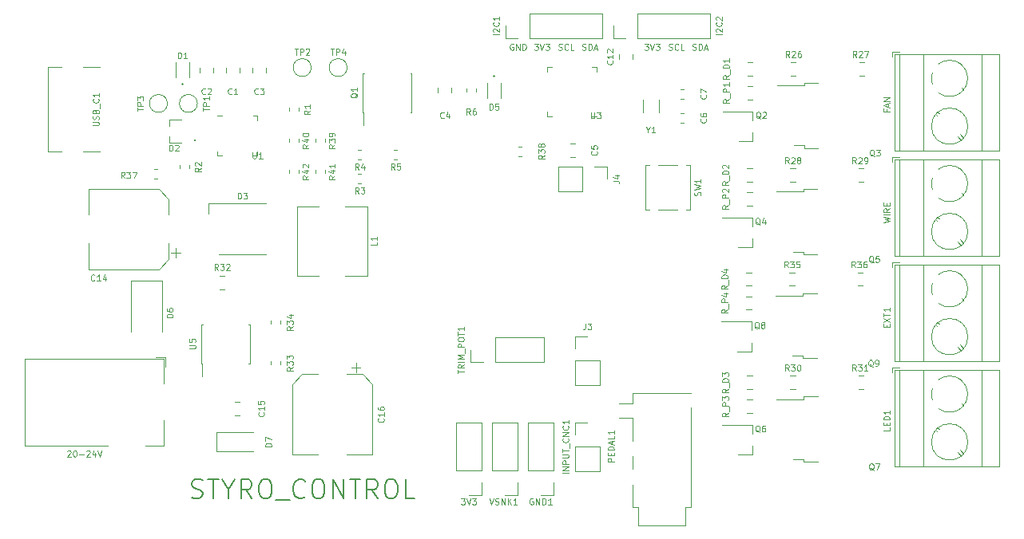
<source format=gbr>
G04 #@! TF.GenerationSoftware,KiCad,Pcbnew,(5.1.0-rc2-41-g6b3e9b0ed)*
G04 #@! TF.CreationDate,2021-09-28T16:44:10+02:00*
G04 #@! TF.ProjectId,styro_control,73747972-6f5f-4636-9f6e-74726f6c2e6b,rev?*
G04 #@! TF.SameCoordinates,Original*
G04 #@! TF.FileFunction,Legend,Top*
G04 #@! TF.FilePolarity,Positive*
%FSLAX46Y46*%
G04 Gerber Fmt 4.6, Leading zero omitted, Abs format (unit mm)*
G04 Created by KiCad (PCBNEW (5.1.0-rc2-41-g6b3e9b0ed)) date 2021-09-28 16:44:10*
%MOMM*%
%LPD*%
G04 APERTURE LIST*
%ADD10C,0.200000*%
%ADD11C,0.090000*%
%ADD12C,0.120000*%
%ADD13C,0.080000*%
G04 APERTURE END LIST*
D10*
X88615714Y-118665523D02*
X88901428Y-118760761D01*
X89377619Y-118760761D01*
X89568095Y-118665523D01*
X89663333Y-118570285D01*
X89758571Y-118379809D01*
X89758571Y-118189333D01*
X89663333Y-117998857D01*
X89568095Y-117903619D01*
X89377619Y-117808380D01*
X88996666Y-117713142D01*
X88806190Y-117617904D01*
X88710952Y-117522666D01*
X88615714Y-117332190D01*
X88615714Y-117141714D01*
X88710952Y-116951238D01*
X88806190Y-116856000D01*
X88996666Y-116760761D01*
X89472857Y-116760761D01*
X89758571Y-116856000D01*
X90330000Y-116760761D02*
X91472857Y-116760761D01*
X90901428Y-118760761D02*
X90901428Y-116760761D01*
X92520476Y-117808380D02*
X92520476Y-118760761D01*
X91853809Y-116760761D02*
X92520476Y-117808380D01*
X93187142Y-116760761D01*
X94996666Y-118760761D02*
X94330000Y-117808380D01*
X93853809Y-118760761D02*
X93853809Y-116760761D01*
X94615714Y-116760761D01*
X94806190Y-116856000D01*
X94901428Y-116951238D01*
X94996666Y-117141714D01*
X94996666Y-117427428D01*
X94901428Y-117617904D01*
X94806190Y-117713142D01*
X94615714Y-117808380D01*
X93853809Y-117808380D01*
X96234761Y-116760761D02*
X96615714Y-116760761D01*
X96806190Y-116856000D01*
X96996666Y-117046476D01*
X97091904Y-117427428D01*
X97091904Y-118094095D01*
X96996666Y-118475047D01*
X96806190Y-118665523D01*
X96615714Y-118760761D01*
X96234761Y-118760761D01*
X96044285Y-118665523D01*
X95853809Y-118475047D01*
X95758571Y-118094095D01*
X95758571Y-117427428D01*
X95853809Y-117046476D01*
X96044285Y-116856000D01*
X96234761Y-116760761D01*
X97472857Y-118951238D02*
X98996666Y-118951238D01*
X100615714Y-118570285D02*
X100520476Y-118665523D01*
X100234761Y-118760761D01*
X100044285Y-118760761D01*
X99758571Y-118665523D01*
X99568095Y-118475047D01*
X99472857Y-118284571D01*
X99377619Y-117903619D01*
X99377619Y-117617904D01*
X99472857Y-117236952D01*
X99568095Y-117046476D01*
X99758571Y-116856000D01*
X100044285Y-116760761D01*
X100234761Y-116760761D01*
X100520476Y-116856000D01*
X100615714Y-116951238D01*
X101853809Y-116760761D02*
X102234761Y-116760761D01*
X102425238Y-116856000D01*
X102615714Y-117046476D01*
X102710952Y-117427428D01*
X102710952Y-118094095D01*
X102615714Y-118475047D01*
X102425238Y-118665523D01*
X102234761Y-118760761D01*
X101853809Y-118760761D01*
X101663333Y-118665523D01*
X101472857Y-118475047D01*
X101377619Y-118094095D01*
X101377619Y-117427428D01*
X101472857Y-117046476D01*
X101663333Y-116856000D01*
X101853809Y-116760761D01*
X103568095Y-118760761D02*
X103568095Y-116760761D01*
X104710952Y-118760761D01*
X104710952Y-116760761D01*
X105377619Y-116760761D02*
X106520476Y-116760761D01*
X105949047Y-118760761D02*
X105949047Y-116760761D01*
X108330000Y-118760761D02*
X107663333Y-117808380D01*
X107187142Y-118760761D02*
X107187142Y-116760761D01*
X107949047Y-116760761D01*
X108139523Y-116856000D01*
X108234761Y-116951238D01*
X108330000Y-117141714D01*
X108330000Y-117427428D01*
X108234761Y-117617904D01*
X108139523Y-117713142D01*
X107949047Y-117808380D01*
X107187142Y-117808380D01*
X109568095Y-116760761D02*
X109949047Y-116760761D01*
X110139523Y-116856000D01*
X110330000Y-117046476D01*
X110425238Y-117427428D01*
X110425238Y-118094095D01*
X110330000Y-118475047D01*
X110139523Y-118665523D01*
X109949047Y-118760761D01*
X109568095Y-118760761D01*
X109377619Y-118665523D01*
X109187142Y-118475047D01*
X109091904Y-118094095D01*
X109091904Y-117427428D01*
X109187142Y-117046476D01*
X109377619Y-116856000D01*
X109568095Y-116760761D01*
X112234761Y-118760761D02*
X111282380Y-118760761D01*
X111282380Y-116760761D01*
D11*
X139180190Y-71129095D02*
X139273047Y-71160047D01*
X139427809Y-71160047D01*
X139489714Y-71129095D01*
X139520666Y-71098142D01*
X139551619Y-71036238D01*
X139551619Y-70974333D01*
X139520666Y-70912428D01*
X139489714Y-70881476D01*
X139427809Y-70850523D01*
X139304000Y-70819571D01*
X139242095Y-70788619D01*
X139211142Y-70757666D01*
X139180190Y-70695761D01*
X139180190Y-70633857D01*
X139211142Y-70571952D01*
X139242095Y-70541000D01*
X139304000Y-70510047D01*
X139458761Y-70510047D01*
X139551619Y-70541000D01*
X140201619Y-71098142D02*
X140170666Y-71129095D01*
X140077809Y-71160047D01*
X140015904Y-71160047D01*
X139923047Y-71129095D01*
X139861142Y-71067190D01*
X139830190Y-71005285D01*
X139799238Y-70881476D01*
X139799238Y-70788619D01*
X139830190Y-70664809D01*
X139861142Y-70602904D01*
X139923047Y-70541000D01*
X140015904Y-70510047D01*
X140077809Y-70510047D01*
X140170666Y-70541000D01*
X140201619Y-70571952D01*
X140789714Y-71160047D02*
X140480190Y-71160047D01*
X140480190Y-70510047D01*
X141704714Y-71129095D02*
X141797571Y-71160047D01*
X141952333Y-71160047D01*
X142014238Y-71129095D01*
X142045190Y-71098142D01*
X142076142Y-71036238D01*
X142076142Y-70974333D01*
X142045190Y-70912428D01*
X142014238Y-70881476D01*
X141952333Y-70850523D01*
X141828523Y-70819571D01*
X141766619Y-70788619D01*
X141735666Y-70757666D01*
X141704714Y-70695761D01*
X141704714Y-70633857D01*
X141735666Y-70571952D01*
X141766619Y-70541000D01*
X141828523Y-70510047D01*
X141983285Y-70510047D01*
X142076142Y-70541000D01*
X142354714Y-71160047D02*
X142354714Y-70510047D01*
X142509476Y-70510047D01*
X142602333Y-70541000D01*
X142664238Y-70602904D01*
X142695190Y-70664809D01*
X142726142Y-70788619D01*
X142726142Y-70881476D01*
X142695190Y-71005285D01*
X142664238Y-71067190D01*
X142602333Y-71129095D01*
X142509476Y-71160047D01*
X142354714Y-71160047D01*
X142973761Y-70974333D02*
X143283285Y-70974333D01*
X142911857Y-71160047D02*
X143128523Y-70510047D01*
X143345190Y-71160047D01*
X136609238Y-70510047D02*
X137011619Y-70510047D01*
X136794952Y-70757666D01*
X136887809Y-70757666D01*
X136949714Y-70788619D01*
X136980666Y-70819571D01*
X137011619Y-70881476D01*
X137011619Y-71036238D01*
X136980666Y-71098142D01*
X136949714Y-71129095D01*
X136887809Y-71160047D01*
X136702095Y-71160047D01*
X136640190Y-71129095D01*
X136609238Y-71098142D01*
X137197333Y-70510047D02*
X137414000Y-71160047D01*
X137630666Y-70510047D01*
X137785428Y-70510047D02*
X138187809Y-70510047D01*
X137971142Y-70757666D01*
X138064000Y-70757666D01*
X138125904Y-70788619D01*
X138156857Y-70819571D01*
X138187809Y-70881476D01*
X138187809Y-71036238D01*
X138156857Y-71098142D01*
X138125904Y-71129095D01*
X138064000Y-71160047D01*
X137878285Y-71160047D01*
X137816380Y-71129095D01*
X137785428Y-71098142D01*
X130020714Y-71129095D02*
X130113571Y-71160047D01*
X130268333Y-71160047D01*
X130330238Y-71129095D01*
X130361190Y-71098142D01*
X130392142Y-71036238D01*
X130392142Y-70974333D01*
X130361190Y-70912428D01*
X130330238Y-70881476D01*
X130268333Y-70850523D01*
X130144523Y-70819571D01*
X130082619Y-70788619D01*
X130051666Y-70757666D01*
X130020714Y-70695761D01*
X130020714Y-70633857D01*
X130051666Y-70571952D01*
X130082619Y-70541000D01*
X130144523Y-70510047D01*
X130299285Y-70510047D01*
X130392142Y-70541000D01*
X130670714Y-71160047D02*
X130670714Y-70510047D01*
X130825476Y-70510047D01*
X130918333Y-70541000D01*
X130980238Y-70602904D01*
X131011190Y-70664809D01*
X131042142Y-70788619D01*
X131042142Y-70881476D01*
X131011190Y-71005285D01*
X130980238Y-71067190D01*
X130918333Y-71129095D01*
X130825476Y-71160047D01*
X130670714Y-71160047D01*
X131289761Y-70974333D02*
X131599285Y-70974333D01*
X131227857Y-71160047D02*
X131444523Y-70510047D01*
X131661190Y-71160047D01*
X127496190Y-71129095D02*
X127589047Y-71160047D01*
X127743809Y-71160047D01*
X127805714Y-71129095D01*
X127836666Y-71098142D01*
X127867619Y-71036238D01*
X127867619Y-70974333D01*
X127836666Y-70912428D01*
X127805714Y-70881476D01*
X127743809Y-70850523D01*
X127620000Y-70819571D01*
X127558095Y-70788619D01*
X127527142Y-70757666D01*
X127496190Y-70695761D01*
X127496190Y-70633857D01*
X127527142Y-70571952D01*
X127558095Y-70541000D01*
X127620000Y-70510047D01*
X127774761Y-70510047D01*
X127867619Y-70541000D01*
X128517619Y-71098142D02*
X128486666Y-71129095D01*
X128393809Y-71160047D01*
X128331904Y-71160047D01*
X128239047Y-71129095D01*
X128177142Y-71067190D01*
X128146190Y-71005285D01*
X128115238Y-70881476D01*
X128115238Y-70788619D01*
X128146190Y-70664809D01*
X128177142Y-70602904D01*
X128239047Y-70541000D01*
X128331904Y-70510047D01*
X128393809Y-70510047D01*
X128486666Y-70541000D01*
X128517619Y-70571952D01*
X129105714Y-71160047D02*
X128796190Y-71160047D01*
X128796190Y-70510047D01*
X124925238Y-70510047D02*
X125327619Y-70510047D01*
X125110952Y-70757666D01*
X125203809Y-70757666D01*
X125265714Y-70788619D01*
X125296666Y-70819571D01*
X125327619Y-70881476D01*
X125327619Y-71036238D01*
X125296666Y-71098142D01*
X125265714Y-71129095D01*
X125203809Y-71160047D01*
X125018095Y-71160047D01*
X124956190Y-71129095D01*
X124925238Y-71098142D01*
X125513333Y-70510047D02*
X125730000Y-71160047D01*
X125946666Y-70510047D01*
X126101428Y-70510047D02*
X126503809Y-70510047D01*
X126287142Y-70757666D01*
X126380000Y-70757666D01*
X126441904Y-70788619D01*
X126472857Y-70819571D01*
X126503809Y-70881476D01*
X126503809Y-71036238D01*
X126472857Y-71098142D01*
X126441904Y-71129095D01*
X126380000Y-71160047D01*
X126194285Y-71160047D01*
X126132380Y-71129095D01*
X126101428Y-71098142D01*
X122694761Y-70541000D02*
X122632857Y-70510047D01*
X122540000Y-70510047D01*
X122447142Y-70541000D01*
X122385238Y-70602904D01*
X122354285Y-70664809D01*
X122323333Y-70788619D01*
X122323333Y-70881476D01*
X122354285Y-71005285D01*
X122385238Y-71067190D01*
X122447142Y-71129095D01*
X122540000Y-71160047D01*
X122601904Y-71160047D01*
X122694761Y-71129095D01*
X122725714Y-71098142D01*
X122725714Y-70881476D01*
X122601904Y-70881476D01*
X123004285Y-71160047D02*
X123004285Y-70510047D01*
X123375714Y-71160047D01*
X123375714Y-70510047D01*
X123685238Y-71160047D02*
X123685238Y-70510047D01*
X123840000Y-70510047D01*
X123932857Y-70541000D01*
X123994761Y-70602904D01*
X124025714Y-70664809D01*
X124056666Y-70788619D01*
X124056666Y-70881476D01*
X124025714Y-71005285D01*
X123994761Y-71067190D01*
X123932857Y-71129095D01*
X123840000Y-71160047D01*
X123685238Y-71160047D01*
D12*
X135330000Y-72134252D02*
X135330000Y-71611748D01*
X133910000Y-72134252D02*
X133910000Y-71611748D01*
X78902000Y-73000000D02*
X77102000Y-73000000D01*
X73392000Y-73000000D02*
X74852000Y-73000000D01*
X73392000Y-81940000D02*
X74852000Y-81940000D01*
X78902000Y-81940000D02*
X77102000Y-81940000D01*
X73392000Y-81940000D02*
X73392000Y-73000000D01*
X129226000Y-101540000D02*
X130556000Y-101540000D01*
X129226000Y-102870000D02*
X129226000Y-101540000D01*
X129226000Y-104140000D02*
X131886000Y-104140000D01*
X131886000Y-104140000D02*
X131886000Y-106740000D01*
X129226000Y-104140000D02*
X129226000Y-106740000D01*
X129226000Y-106740000D02*
X131886000Y-106740000D01*
X123255721Y-82425000D02*
X123581279Y-82425000D01*
X123255721Y-81405000D02*
X123581279Y-81405000D01*
X132648000Y-83506000D02*
X132648000Y-84836000D01*
X131318000Y-83506000D02*
X132648000Y-83506000D01*
X130048000Y-83506000D02*
X130048000Y-86166000D01*
X130048000Y-86166000D02*
X127448000Y-86166000D01*
X130048000Y-83506000D02*
X127448000Y-83506000D01*
X127448000Y-83506000D02*
X127448000Y-86166000D01*
X89215000Y-76835000D02*
G75*
G03X89215000Y-76835000I-950000J0D01*
G01*
X140417733Y-76329000D02*
X140760267Y-76329000D01*
X140417733Y-75309000D02*
X140760267Y-75309000D01*
X140417733Y-78869000D02*
X140760267Y-78869000D01*
X140417733Y-77849000D02*
X140760267Y-77849000D01*
X85470000Y-95660000D02*
X85470000Y-101060000D01*
X82170000Y-95660000D02*
X82170000Y-101060000D01*
X85470000Y-95660000D02*
X82170000Y-95660000D01*
X91272000Y-111776000D02*
X95122000Y-111776000D01*
X91272000Y-113776000D02*
X95122000Y-113776000D01*
X91272000Y-111776000D02*
X91272000Y-113776000D01*
X106515000Y-104855000D02*
X105515000Y-104855000D01*
X106015000Y-104355000D02*
X106015000Y-105355000D01*
X100309437Y-105595000D02*
X99245000Y-106659437D01*
X106700563Y-105595000D02*
X107765000Y-106659437D01*
X106700563Y-105595000D02*
X105015000Y-105595000D01*
X100309437Y-105595000D02*
X101995000Y-105595000D01*
X99245000Y-106659437D02*
X99245000Y-114115000D01*
X107765000Y-106659437D02*
X107765000Y-114115000D01*
X107765000Y-114115000D02*
X105015000Y-114115000D01*
X99245000Y-114115000D02*
X101995000Y-114115000D01*
X84998779Y-83818000D02*
X84673221Y-83818000D01*
X84998779Y-84838000D02*
X84673221Y-84838000D01*
X98046000Y-100238779D02*
X98046000Y-99913221D01*
X97026000Y-100238779D02*
X97026000Y-99913221D01*
X97026000Y-104231221D02*
X97026000Y-104556779D01*
X98046000Y-104231221D02*
X98046000Y-104556779D01*
X117727000Y-75275221D02*
X117727000Y-75600779D01*
X118747000Y-75275221D02*
X118747000Y-75600779D01*
X110398779Y-81786000D02*
X110073221Y-81786000D01*
X110398779Y-82806000D02*
X110073221Y-82806000D01*
X98931000Y-83911221D02*
X98931000Y-84236779D01*
X99951000Y-83911221D02*
X99951000Y-84236779D01*
X101725000Y-83911221D02*
X101725000Y-84236779D01*
X102745000Y-83911221D02*
X102745000Y-84236779D01*
X98931000Y-80609221D02*
X98931000Y-80934779D01*
X99951000Y-80609221D02*
X99951000Y-80934779D01*
X101725000Y-80609221D02*
X101725000Y-80934779D01*
X102745000Y-80609221D02*
X102745000Y-80934779D01*
X106263221Y-82806000D02*
X106588779Y-82806000D01*
X106263221Y-81786000D02*
X106588779Y-81786000D01*
X106588779Y-84326000D02*
X106263221Y-84326000D01*
X106588779Y-85346000D02*
X106263221Y-85346000D01*
X87374000Y-83403221D02*
X87374000Y-83728779D01*
X88394000Y-83403221D02*
X88394000Y-83728779D01*
X98931000Y-77307221D02*
X98931000Y-77632779D01*
X99951000Y-77307221D02*
X99951000Y-77632779D01*
X162856000Y-104856000D02*
X162856000Y-105356000D01*
X163596000Y-104856000D02*
X162856000Y-104856000D01*
X167835000Y-111420000D02*
X167728000Y-111313000D01*
X170420000Y-114005000D02*
X170030000Y-113614000D01*
X167573000Y-111629000D02*
X167492000Y-111548000D01*
X170185000Y-114240000D02*
X169835000Y-113890000D01*
X170420000Y-108925000D02*
X170205000Y-108709000D01*
X174216000Y-115376000D02*
X163096000Y-115376000D01*
X174216000Y-105096000D02*
X163096000Y-105096000D01*
X163096000Y-105096000D02*
X163096000Y-115376000D01*
X174216000Y-105096000D02*
X174216000Y-115376000D01*
X172356000Y-105096000D02*
X172356000Y-115376000D01*
X166156000Y-105096000D02*
X166156000Y-115376000D01*
X163656000Y-105096000D02*
X163656000Y-115376000D01*
X170886000Y-112776000D02*
G75*
G03X170886000Y-112776000I-1930000J0D01*
G01*
X167025664Y-107729269D02*
G75*
G02X167120000Y-107099000I1930336J33269D01*
G01*
X167767825Y-106174355D02*
G75*
G02X170145000Y-106175000I1188175J-1521645D01*
G01*
X170170609Y-106195683D02*
G75*
G02X170171000Y-109196000I-1214609J-1500317D01*
G01*
X170144175Y-109217645D02*
G75*
G02X167767000Y-109217000I-1188175J1521645D01*
G01*
X167120461Y-108292403D02*
G75*
G02X167026000Y-107696000I1835539J596403D01*
G01*
X129226000Y-110684000D02*
X130556000Y-110684000D01*
X129226000Y-112014000D02*
X129226000Y-110684000D01*
X129226000Y-113284000D02*
X131886000Y-113284000D01*
X131886000Y-113284000D02*
X131886000Y-115884000D01*
X129226000Y-113284000D02*
X129226000Y-115884000D01*
X129226000Y-115884000D02*
X131886000Y-115884000D01*
X138162000Y-76414000D02*
X138162000Y-77764000D01*
X136412000Y-76414000D02*
X136412000Y-77764000D01*
X89677000Y-104437000D02*
X89677000Y-105837000D01*
X94777000Y-104437000D02*
X94777000Y-100287000D01*
X89627000Y-104437000D02*
X89627000Y-100287000D01*
X94777000Y-104437000D02*
X94632000Y-104437000D01*
X94777000Y-100287000D02*
X94632000Y-100287000D01*
X89627000Y-100287000D02*
X89772000Y-100287000D01*
X89627000Y-104437000D02*
X89677000Y-104437000D01*
X131040000Y-78175000D02*
X131515000Y-78175000D01*
X126295000Y-72955000D02*
X126295000Y-73430000D01*
X126770000Y-72955000D02*
X126295000Y-72955000D01*
X131515000Y-72955000D02*
X131515000Y-73430000D01*
X131040000Y-72955000D02*
X131515000Y-72955000D01*
X126295000Y-78175000D02*
X126295000Y-77700000D01*
X126770000Y-78175000D02*
X126295000Y-78175000D01*
X91837000Y-78154000D02*
X91362000Y-78154000D01*
X95582000Y-82374000D02*
X95582000Y-81899000D01*
X95107000Y-82374000D02*
X95582000Y-82374000D01*
X91362000Y-82374000D02*
X91362000Y-81899000D01*
X91837000Y-82374000D02*
X91362000Y-82374000D01*
X95582000Y-78154000D02*
X95582000Y-78629000D01*
X95107000Y-78154000D02*
X95582000Y-78154000D01*
X105090000Y-73025000D02*
G75*
G03X105090000Y-73025000I-950000J0D01*
G01*
X86040000Y-76835000D02*
G75*
G03X86040000Y-76835000I-950000J0D01*
G01*
X101280000Y-73025000D02*
G75*
G03X101280000Y-73025000I-950000J0D01*
G01*
X138035000Y-83355000D02*
X140095000Y-83355000D01*
X138035000Y-88095000D02*
X140095000Y-88095000D01*
X136695000Y-88095000D02*
X137095000Y-88095000D01*
X136695000Y-83355000D02*
X136695000Y-88095000D01*
X136695000Y-83355000D02*
X137095000Y-83355000D01*
X141435000Y-88095000D02*
X141035000Y-88095000D01*
X141435000Y-83355000D02*
X141035000Y-83355000D01*
X141435000Y-83355000D02*
X141435000Y-88095000D01*
X147936252Y-97306500D02*
X147413748Y-97306500D01*
X147936252Y-98726500D02*
X147413748Y-98726500D01*
X148015252Y-108290000D02*
X147492748Y-108290000D01*
X148015252Y-109710000D02*
X147492748Y-109710000D01*
X148009752Y-86257500D02*
X147487248Y-86257500D01*
X148009752Y-87677500D02*
X147487248Y-87677500D01*
X148080252Y-74982000D02*
X147557748Y-74982000D01*
X148080252Y-76402000D02*
X147557748Y-76402000D01*
X147936252Y-94766500D02*
X147413748Y-94766500D01*
X147936252Y-96186500D02*
X147413748Y-96186500D01*
X148015252Y-105750000D02*
X147492748Y-105750000D01*
X148015252Y-107170000D02*
X147492748Y-107170000D01*
X148009752Y-83717500D02*
X147487248Y-83717500D01*
X148009752Y-85137500D02*
X147487248Y-85137500D01*
X148080252Y-72442000D02*
X147557748Y-72442000D01*
X148080252Y-73862000D02*
X147557748Y-73862000D01*
X159224748Y-96186500D02*
X159747252Y-96186500D01*
X159224748Y-94766500D02*
X159747252Y-94766500D01*
X152508252Y-94766500D02*
X151985748Y-94766500D01*
X152508252Y-96186500D02*
X151985748Y-96186500D01*
X91568748Y-96595000D02*
X92091252Y-96595000D01*
X91568748Y-95175000D02*
X92091252Y-95175000D01*
X159303748Y-107170000D02*
X159826252Y-107170000D01*
X159303748Y-105750000D02*
X159826252Y-105750000D01*
X152587252Y-105750000D02*
X152064748Y-105750000D01*
X152587252Y-107170000D02*
X152064748Y-107170000D01*
X159298248Y-85137500D02*
X159820752Y-85137500D01*
X159298248Y-83717500D02*
X159820752Y-83717500D01*
X152581752Y-83717500D02*
X152059248Y-83717500D01*
X152581752Y-85137500D02*
X152059248Y-85137500D01*
X159368748Y-73862000D02*
X159891252Y-73862000D01*
X159368748Y-72442000D02*
X159891252Y-72442000D01*
X152652252Y-72442000D02*
X152129748Y-72442000D01*
X152652252Y-73862000D02*
X152129748Y-73862000D01*
X153372500Y-103613000D02*
X152272500Y-103613000D01*
X153372500Y-103883000D02*
X153372500Y-103613000D01*
X154872500Y-103883000D02*
X153372500Y-103883000D01*
X153372500Y-97253000D02*
X150542500Y-97253000D01*
X153372500Y-96983000D02*
X153372500Y-97253000D01*
X154872500Y-96983000D02*
X153372500Y-96983000D01*
X147936000Y-103152500D02*
X146476000Y-103152500D01*
X147936000Y-99992500D02*
X144776000Y-99992500D01*
X147936000Y-99992500D02*
X147936000Y-100922500D01*
X147936000Y-103152500D02*
X147936000Y-102222500D01*
X153451500Y-114596500D02*
X152351500Y-114596500D01*
X153451500Y-114866500D02*
X153451500Y-114596500D01*
X154951500Y-114866500D02*
X153451500Y-114866500D01*
X153451500Y-108236500D02*
X150621500Y-108236500D01*
X153451500Y-107966500D02*
X153451500Y-108236500D01*
X154951500Y-107966500D02*
X153451500Y-107966500D01*
X148015000Y-114136000D02*
X146555000Y-114136000D01*
X148015000Y-110976000D02*
X144855000Y-110976000D01*
X148015000Y-110976000D02*
X148015000Y-111906000D01*
X148015000Y-114136000D02*
X148015000Y-113206000D01*
X153446000Y-92564000D02*
X152346000Y-92564000D01*
X153446000Y-92834000D02*
X153446000Y-92564000D01*
X154946000Y-92834000D02*
X153446000Y-92834000D01*
X153446000Y-86204000D02*
X150616000Y-86204000D01*
X153446000Y-85934000D02*
X153446000Y-86204000D01*
X154946000Y-85934000D02*
X153446000Y-85934000D01*
X148009500Y-92103500D02*
X146549500Y-92103500D01*
X148009500Y-88943500D02*
X144849500Y-88943500D01*
X148009500Y-88943500D02*
X148009500Y-89873500D01*
X148009500Y-92103500D02*
X148009500Y-91173500D01*
X153516500Y-81288500D02*
X152416500Y-81288500D01*
X153516500Y-81558500D02*
X153516500Y-81288500D01*
X155016500Y-81558500D02*
X153516500Y-81558500D01*
X153516500Y-74928500D02*
X150686500Y-74928500D01*
X153516500Y-74658500D02*
X153516500Y-74928500D01*
X155016500Y-74658500D02*
X153516500Y-74658500D01*
X148080000Y-80828000D02*
X146620000Y-80828000D01*
X148080000Y-77668000D02*
X144920000Y-77668000D01*
X148080000Y-77668000D02*
X148080000Y-78598000D01*
X148080000Y-80828000D02*
X148080000Y-79898000D01*
X106822000Y-77767000D02*
X106822000Y-79167000D01*
X111922000Y-77767000D02*
X111922000Y-73617000D01*
X106772000Y-77767000D02*
X106772000Y-73617000D01*
X111922000Y-77767000D02*
X111777000Y-77767000D01*
X111922000Y-73617000D02*
X111777000Y-73617000D01*
X106772000Y-73617000D02*
X106917000Y-73617000D01*
X106772000Y-77767000D02*
X106822000Y-77767000D01*
X107205000Y-95140000D02*
X104905000Y-95140000D01*
X107205000Y-87740000D02*
X107205000Y-95140000D01*
X104905000Y-87740000D02*
X107205000Y-87740000D01*
X99805000Y-87740000D02*
X102105000Y-87740000D01*
X99805000Y-95140000D02*
X99805000Y-87740000D01*
X102105000Y-95140000D02*
X99805000Y-95140000D01*
X140930000Y-119659000D02*
X140930000Y-121659000D01*
X135930000Y-119659000D02*
X135930000Y-121659000D01*
X135930000Y-121659000D02*
X140930000Y-121659000D01*
X140930000Y-119659000D02*
X141530000Y-119659000D01*
X135330000Y-119659000D02*
X135930000Y-119659000D01*
X141530000Y-107559000D02*
X135330000Y-107559000D01*
X135330000Y-119659000D02*
X135330000Y-117284000D01*
X135330000Y-115634000D02*
X135330000Y-114284000D01*
X135330000Y-112634000D02*
X135330000Y-110234000D01*
X135330000Y-108684000D02*
X135330000Y-107559000D01*
X141530000Y-109134000D02*
X141530000Y-119659000D01*
X135330000Y-108684000D02*
X133930000Y-108684000D01*
X135330000Y-110234000D02*
X133930000Y-110234000D01*
X118177000Y-104327000D02*
X118177000Y-102997000D01*
X119507000Y-104327000D02*
X118177000Y-104327000D01*
X120777000Y-104327000D02*
X120777000Y-101667000D01*
X120777000Y-101667000D02*
X125917000Y-101667000D01*
X120777000Y-104327000D02*
X125917000Y-104327000D01*
X125917000Y-104327000D02*
X125917000Y-101667000D01*
X123123000Y-118424000D02*
X121793000Y-118424000D01*
X123123000Y-117094000D02*
X123123000Y-118424000D01*
X123123000Y-115824000D02*
X120463000Y-115824000D01*
X120463000Y-115824000D02*
X120463000Y-110684000D01*
X123123000Y-115824000D02*
X123123000Y-110684000D01*
X123123000Y-110684000D02*
X120463000Y-110684000D01*
X126933000Y-118424000D02*
X125603000Y-118424000D01*
X126933000Y-117094000D02*
X126933000Y-118424000D01*
X126933000Y-115824000D02*
X124273000Y-115824000D01*
X124273000Y-115824000D02*
X124273000Y-110684000D01*
X126933000Y-115824000D02*
X126933000Y-110684000D01*
X126933000Y-110684000D02*
X124273000Y-110684000D01*
X119313000Y-118424000D02*
X117983000Y-118424000D01*
X119313000Y-117094000D02*
X119313000Y-118424000D01*
X119313000Y-115824000D02*
X116653000Y-115824000D01*
X116653000Y-115824000D02*
X116653000Y-110684000D01*
X119313000Y-115824000D02*
X119313000Y-110684000D01*
X119313000Y-110684000D02*
X116653000Y-110684000D01*
X133290000Y-69910000D02*
X133290000Y-68580000D01*
X134620000Y-69910000D02*
X133290000Y-69910000D01*
X135890000Y-69910000D02*
X135890000Y-67250000D01*
X135890000Y-67250000D02*
X143570000Y-67250000D01*
X135890000Y-69910000D02*
X143570000Y-69910000D01*
X143570000Y-69910000D02*
X143570000Y-67250000D01*
X121860000Y-69910000D02*
X121860000Y-68580000D01*
X123190000Y-69910000D02*
X121860000Y-69910000D01*
X124460000Y-69910000D02*
X124460000Y-67250000D01*
X124460000Y-67250000D02*
X132140000Y-67250000D01*
X124460000Y-69910000D02*
X132140000Y-69910000D01*
X132140000Y-69910000D02*
X132140000Y-67250000D01*
X162856000Y-71328000D02*
X162856000Y-71828000D01*
X163596000Y-71328000D02*
X162856000Y-71328000D01*
X167835000Y-77892000D02*
X167728000Y-77785000D01*
X170420000Y-80477000D02*
X170030000Y-80086000D01*
X167573000Y-78101000D02*
X167492000Y-78020000D01*
X170185000Y-80712000D02*
X169835000Y-80362000D01*
X170420000Y-75397000D02*
X170205000Y-75181000D01*
X174216000Y-81848000D02*
X163096000Y-81848000D01*
X174216000Y-71568000D02*
X163096000Y-71568000D01*
X163096000Y-71568000D02*
X163096000Y-81848000D01*
X174216000Y-71568000D02*
X174216000Y-81848000D01*
X172356000Y-71568000D02*
X172356000Y-81848000D01*
X166156000Y-71568000D02*
X166156000Y-81848000D01*
X163656000Y-71568000D02*
X163656000Y-81848000D01*
X170886000Y-79248000D02*
G75*
G03X170886000Y-79248000I-1930000J0D01*
G01*
X167025664Y-74201269D02*
G75*
G02X167120000Y-73571000I1930336J33269D01*
G01*
X167767825Y-72646355D02*
G75*
G02X170145000Y-72647000I1188175J-1521645D01*
G01*
X170170609Y-72667683D02*
G75*
G02X170171000Y-75668000I-1214609J-1500317D01*
G01*
X170144175Y-75689645D02*
G75*
G02X167767000Y-75689000I-1188175J1521645D01*
G01*
X167120461Y-74764403D02*
G75*
G02X167026000Y-74168000I1835539J596403D01*
G01*
X162856000Y-93680000D02*
X162856000Y-94180000D01*
X163596000Y-93680000D02*
X162856000Y-93680000D01*
X167835000Y-100244000D02*
X167728000Y-100137000D01*
X170420000Y-102829000D02*
X170030000Y-102438000D01*
X167573000Y-100453000D02*
X167492000Y-100372000D01*
X170185000Y-103064000D02*
X169835000Y-102714000D01*
X170420000Y-97749000D02*
X170205000Y-97533000D01*
X174216000Y-104200000D02*
X163096000Y-104200000D01*
X174216000Y-93920000D02*
X163096000Y-93920000D01*
X163096000Y-93920000D02*
X163096000Y-104200000D01*
X174216000Y-93920000D02*
X174216000Y-104200000D01*
X172356000Y-93920000D02*
X172356000Y-104200000D01*
X166156000Y-93920000D02*
X166156000Y-104200000D01*
X163656000Y-93920000D02*
X163656000Y-104200000D01*
X170886000Y-101600000D02*
G75*
G03X170886000Y-101600000I-1930000J0D01*
G01*
X167025664Y-96553269D02*
G75*
G02X167120000Y-95923000I1930336J33269D01*
G01*
X167767825Y-94998355D02*
G75*
G02X170145000Y-94999000I1188175J-1521645D01*
G01*
X170170609Y-95019683D02*
G75*
G02X170171000Y-98020000I-1214609J-1500317D01*
G01*
X170144175Y-98041645D02*
G75*
G02X167767000Y-98041000I-1188175J1521645D01*
G01*
X167120461Y-97116403D02*
G75*
G02X167026000Y-96520000I1835539J596403D01*
G01*
X162856000Y-82504000D02*
X162856000Y-83004000D01*
X163596000Y-82504000D02*
X162856000Y-82504000D01*
X167835000Y-89068000D02*
X167728000Y-88961000D01*
X170420000Y-91653000D02*
X170030000Y-91262000D01*
X167573000Y-89277000D02*
X167492000Y-89196000D01*
X170185000Y-91888000D02*
X169835000Y-91538000D01*
X170420000Y-86573000D02*
X170205000Y-86357000D01*
X174216000Y-93024000D02*
X163096000Y-93024000D01*
X174216000Y-82744000D02*
X163096000Y-82744000D01*
X163096000Y-82744000D02*
X163096000Y-93024000D01*
X174216000Y-82744000D02*
X174216000Y-93024000D01*
X172356000Y-82744000D02*
X172356000Y-93024000D01*
X166156000Y-82744000D02*
X166156000Y-93024000D01*
X163656000Y-82744000D02*
X163656000Y-93024000D01*
X170886000Y-90424000D02*
G75*
G03X170886000Y-90424000I-1930000J0D01*
G01*
X167025664Y-85377269D02*
G75*
G02X167120000Y-84747000I1930336J33269D01*
G01*
X167767825Y-83822355D02*
G75*
G02X170145000Y-83823000I1188175J-1521645D01*
G01*
X170170609Y-83843683D02*
G75*
G02X170171000Y-86844000I-1214609J-1500317D01*
G01*
X170144175Y-86865645D02*
G75*
G02X167767000Y-86865000I-1188175J1521645D01*
G01*
X167120461Y-85940403D02*
G75*
G02X167026000Y-85344000I1835539J596403D01*
G01*
X85640000Y-103985000D02*
X85640000Y-106585000D01*
X70940000Y-103985000D02*
X85640000Y-103985000D01*
X85640000Y-113185000D02*
X83740000Y-113185000D01*
X85640000Y-110485000D02*
X85640000Y-113185000D01*
X70940000Y-113185000D02*
X70940000Y-103985000D01*
X79740000Y-113185000D02*
X70940000Y-113185000D01*
X84790000Y-103785000D02*
X85840000Y-103785000D01*
X85840000Y-104835000D02*
X85840000Y-103785000D01*
X120750000Y-73938000D02*
G75*
G03X120750000Y-73938000I-100000J0D01*
G01*
X119930000Y-74638000D02*
X119930000Y-76238000D01*
X121370000Y-74638000D02*
X121370000Y-76238000D01*
X96480000Y-92870000D02*
X91480000Y-92870000D01*
X90380000Y-88570000D02*
X90380000Y-87470000D01*
X90380000Y-87470000D02*
X96480000Y-87470000D01*
X86243000Y-78542500D02*
X86243000Y-79192000D01*
X86243000Y-80969500D02*
X86243000Y-80320000D01*
X89068000Y-80756000D02*
G75*
G03X89068000Y-80756000I-100000J0D01*
G01*
X87493000Y-78542500D02*
X86243000Y-78542500D01*
X87493000Y-80969500D02*
X86243000Y-80969500D01*
X87730000Y-74779000D02*
G75*
G03X87730000Y-74779000I-100000J0D01*
G01*
X88350000Y-74079000D02*
X88350000Y-72479000D01*
X86910000Y-74079000D02*
X86910000Y-72479000D01*
X93210748Y-109930000D02*
X93733252Y-109930000D01*
X93210748Y-108510000D02*
X93733252Y-108510000D01*
X86915000Y-93180000D02*
X86915000Y-92180000D01*
X87415000Y-92680000D02*
X86415000Y-92680000D01*
X86175000Y-86974437D02*
X85110563Y-85910000D01*
X86175000Y-93365563D02*
X85110563Y-94430000D01*
X86175000Y-93365563D02*
X86175000Y-91680000D01*
X86175000Y-86974437D02*
X86175000Y-88660000D01*
X85110563Y-85910000D02*
X77655000Y-85910000D01*
X85110563Y-94430000D02*
X77655000Y-94430000D01*
X77655000Y-94430000D02*
X77655000Y-91680000D01*
X77655000Y-85910000D02*
X77655000Y-88660000D01*
X129284252Y-81078000D02*
X128761748Y-81078000D01*
X129284252Y-82498000D02*
X128761748Y-82498000D01*
X114733000Y-75176748D02*
X114733000Y-75699252D01*
X116153000Y-75176748D02*
X116153000Y-75699252D01*
X96468000Y-73540252D02*
X96468000Y-73017748D01*
X95048000Y-73540252D02*
X95048000Y-73017748D01*
X90880000Y-73540252D02*
X90880000Y-73017748D01*
X89460000Y-73540252D02*
X89460000Y-73017748D01*
X92254000Y-73017748D02*
X92254000Y-73540252D01*
X93674000Y-73017748D02*
X93674000Y-73540252D01*
D13*
X133202142Y-72290857D02*
X133233095Y-72321809D01*
X133264047Y-72414666D01*
X133264047Y-72476571D01*
X133233095Y-72569428D01*
X133171190Y-72631333D01*
X133109285Y-72662285D01*
X132985476Y-72693238D01*
X132892619Y-72693238D01*
X132768809Y-72662285D01*
X132706904Y-72631333D01*
X132645000Y-72569428D01*
X132614047Y-72476571D01*
X132614047Y-72414666D01*
X132645000Y-72321809D01*
X132675952Y-72290857D01*
X133264047Y-71671809D02*
X133264047Y-72043238D01*
X133264047Y-71857523D02*
X132614047Y-71857523D01*
X132706904Y-71919428D01*
X132768809Y-71981333D01*
X132799761Y-72043238D01*
X132675952Y-71424190D02*
X132645000Y-71393238D01*
X132614047Y-71331333D01*
X132614047Y-71176571D01*
X132645000Y-71114666D01*
X132675952Y-71083714D01*
X132737857Y-71052761D01*
X132799761Y-71052761D01*
X132892619Y-71083714D01*
X133264047Y-71455142D01*
X133264047Y-71052761D01*
D11*
X78130047Y-79172380D02*
X78656238Y-79172380D01*
X78718142Y-79141428D01*
X78749095Y-79110476D01*
X78780047Y-79048571D01*
X78780047Y-78924761D01*
X78749095Y-78862857D01*
X78718142Y-78831904D01*
X78656238Y-78800952D01*
X78130047Y-78800952D01*
X78749095Y-78522380D02*
X78780047Y-78429523D01*
X78780047Y-78274761D01*
X78749095Y-78212857D01*
X78718142Y-78181904D01*
X78656238Y-78150952D01*
X78594333Y-78150952D01*
X78532428Y-78181904D01*
X78501476Y-78212857D01*
X78470523Y-78274761D01*
X78439571Y-78398571D01*
X78408619Y-78460476D01*
X78377666Y-78491428D01*
X78315761Y-78522380D01*
X78253857Y-78522380D01*
X78191952Y-78491428D01*
X78161000Y-78460476D01*
X78130047Y-78398571D01*
X78130047Y-78243809D01*
X78161000Y-78150952D01*
X78439571Y-77655714D02*
X78470523Y-77562857D01*
X78501476Y-77531904D01*
X78563380Y-77500952D01*
X78656238Y-77500952D01*
X78718142Y-77531904D01*
X78749095Y-77562857D01*
X78780047Y-77624761D01*
X78780047Y-77872380D01*
X78130047Y-77872380D01*
X78130047Y-77655714D01*
X78161000Y-77593809D01*
X78191952Y-77562857D01*
X78253857Y-77531904D01*
X78315761Y-77531904D01*
X78377666Y-77562857D01*
X78408619Y-77593809D01*
X78439571Y-77655714D01*
X78439571Y-77872380D01*
X78841952Y-77377142D02*
X78841952Y-76881904D01*
X78718142Y-76355714D02*
X78749095Y-76386666D01*
X78780047Y-76479523D01*
X78780047Y-76541428D01*
X78749095Y-76634285D01*
X78687190Y-76696190D01*
X78625285Y-76727142D01*
X78501476Y-76758095D01*
X78408619Y-76758095D01*
X78284809Y-76727142D01*
X78222904Y-76696190D01*
X78161000Y-76634285D01*
X78130047Y-76541428D01*
X78130047Y-76479523D01*
X78161000Y-76386666D01*
X78191952Y-76355714D01*
X78780047Y-75736666D02*
X78780047Y-76108095D01*
X78780047Y-75922380D02*
X78130047Y-75922380D01*
X78222904Y-75984285D01*
X78284809Y-76046190D01*
X78315761Y-76108095D01*
X130339333Y-100184047D02*
X130339333Y-100648333D01*
X130308380Y-100741190D01*
X130246476Y-100803095D01*
X130153619Y-100834047D01*
X130091714Y-100834047D01*
X130586952Y-100184047D02*
X130989333Y-100184047D01*
X130772666Y-100431666D01*
X130865523Y-100431666D01*
X130927428Y-100462619D01*
X130958380Y-100493571D01*
X130989333Y-100555476D01*
X130989333Y-100710238D01*
X130958380Y-100772142D01*
X130927428Y-100803095D01*
X130865523Y-100834047D01*
X130679809Y-100834047D01*
X130617904Y-100803095D01*
X130586952Y-100772142D01*
X125998547Y-82332857D02*
X125689023Y-82549523D01*
X125998547Y-82704285D02*
X125348547Y-82704285D01*
X125348547Y-82456666D01*
X125379500Y-82394761D01*
X125410452Y-82363809D01*
X125472357Y-82332857D01*
X125565214Y-82332857D01*
X125627119Y-82363809D01*
X125658071Y-82394761D01*
X125689023Y-82456666D01*
X125689023Y-82704285D01*
X125348547Y-82116190D02*
X125348547Y-81713809D01*
X125596166Y-81930476D01*
X125596166Y-81837619D01*
X125627119Y-81775714D01*
X125658071Y-81744761D01*
X125719976Y-81713809D01*
X125874738Y-81713809D01*
X125936642Y-81744761D01*
X125967595Y-81775714D01*
X125998547Y-81837619D01*
X125998547Y-82023333D01*
X125967595Y-82085238D01*
X125936642Y-82116190D01*
X125627119Y-81342380D02*
X125596166Y-81404285D01*
X125565214Y-81435238D01*
X125503309Y-81466190D01*
X125472357Y-81466190D01*
X125410452Y-81435238D01*
X125379500Y-81404285D01*
X125348547Y-81342380D01*
X125348547Y-81218571D01*
X125379500Y-81156666D01*
X125410452Y-81125714D01*
X125472357Y-81094761D01*
X125503309Y-81094761D01*
X125565214Y-81125714D01*
X125596166Y-81156666D01*
X125627119Y-81218571D01*
X125627119Y-81342380D01*
X125658071Y-81404285D01*
X125689023Y-81435238D01*
X125750928Y-81466190D01*
X125874738Y-81466190D01*
X125936642Y-81435238D01*
X125967595Y-81404285D01*
X125998547Y-81342380D01*
X125998547Y-81218571D01*
X125967595Y-81156666D01*
X125936642Y-81125714D01*
X125874738Y-81094761D01*
X125750928Y-81094761D01*
X125689023Y-81125714D01*
X125658071Y-81156666D01*
X125627119Y-81218571D01*
X133292047Y-85052666D02*
X133756333Y-85052666D01*
X133849190Y-85083619D01*
X133911095Y-85145523D01*
X133942047Y-85238380D01*
X133942047Y-85300285D01*
X133508714Y-84464571D02*
X133942047Y-84464571D01*
X133261095Y-84619333D02*
X133725380Y-84774095D01*
X133725380Y-84371714D01*
X89814047Y-77655238D02*
X89814047Y-77283809D01*
X90464047Y-77469523D02*
X89814047Y-77469523D01*
X90464047Y-77067142D02*
X89814047Y-77067142D01*
X89814047Y-76819523D01*
X89845000Y-76757619D01*
X89875952Y-76726666D01*
X89937857Y-76695714D01*
X90030714Y-76695714D01*
X90092619Y-76726666D01*
X90123571Y-76757619D01*
X90154523Y-76819523D01*
X90154523Y-77067142D01*
X90464047Y-76076666D02*
X90464047Y-76448095D01*
X90464047Y-76262380D02*
X89814047Y-76262380D01*
X89906904Y-76324285D01*
X89968809Y-76386190D01*
X89999761Y-76448095D01*
X143107142Y-75927333D02*
X143138095Y-75958285D01*
X143169047Y-76051142D01*
X143169047Y-76113047D01*
X143138095Y-76205904D01*
X143076190Y-76267809D01*
X143014285Y-76298761D01*
X142890476Y-76329714D01*
X142797619Y-76329714D01*
X142673809Y-76298761D01*
X142611904Y-76267809D01*
X142550000Y-76205904D01*
X142519047Y-76113047D01*
X142519047Y-76051142D01*
X142550000Y-75958285D01*
X142580952Y-75927333D01*
X142519047Y-75710666D02*
X142519047Y-75277333D01*
X143169047Y-75555904D01*
X143107142Y-78467333D02*
X143138095Y-78498285D01*
X143169047Y-78591142D01*
X143169047Y-78653047D01*
X143138095Y-78745904D01*
X143076190Y-78807809D01*
X143014285Y-78838761D01*
X142890476Y-78869714D01*
X142797619Y-78869714D01*
X142673809Y-78838761D01*
X142611904Y-78807809D01*
X142550000Y-78745904D01*
X142519047Y-78653047D01*
X142519047Y-78591142D01*
X142550000Y-78498285D01*
X142580952Y-78467333D01*
X142519047Y-77910190D02*
X142519047Y-78034000D01*
X142550000Y-78095904D01*
X142580952Y-78126857D01*
X142673809Y-78188761D01*
X142797619Y-78219714D01*
X143045238Y-78219714D01*
X143107142Y-78188761D01*
X143138095Y-78157809D01*
X143169047Y-78095904D01*
X143169047Y-77972095D01*
X143138095Y-77910190D01*
X143107142Y-77879238D01*
X143045238Y-77848285D01*
X142890476Y-77848285D01*
X142828571Y-77879238D01*
X142797619Y-77910190D01*
X142766666Y-77972095D01*
X142766666Y-78095904D01*
X142797619Y-78157809D01*
X142828571Y-78188761D01*
X142890476Y-78219714D01*
X86614047Y-99539761D02*
X85964047Y-99539761D01*
X85964047Y-99385000D01*
X85995000Y-99292142D01*
X86056904Y-99230238D01*
X86118809Y-99199285D01*
X86242619Y-99168333D01*
X86335476Y-99168333D01*
X86459285Y-99199285D01*
X86521190Y-99230238D01*
X86583095Y-99292142D01*
X86614047Y-99385000D01*
X86614047Y-99539761D01*
X85964047Y-98611190D02*
X85964047Y-98735000D01*
X85995000Y-98796904D01*
X86025952Y-98827857D01*
X86118809Y-98889761D01*
X86242619Y-98920714D01*
X86490238Y-98920714D01*
X86552142Y-98889761D01*
X86583095Y-98858809D01*
X86614047Y-98796904D01*
X86614047Y-98673095D01*
X86583095Y-98611190D01*
X86552142Y-98580238D01*
X86490238Y-98549285D01*
X86335476Y-98549285D01*
X86273571Y-98580238D01*
X86242619Y-98611190D01*
X86211666Y-98673095D01*
X86211666Y-98796904D01*
X86242619Y-98858809D01*
X86273571Y-98889761D01*
X86335476Y-98920714D01*
X97068047Y-113255761D02*
X96418047Y-113255761D01*
X96418047Y-113101000D01*
X96449000Y-113008142D01*
X96510904Y-112946238D01*
X96572809Y-112915285D01*
X96696619Y-112884333D01*
X96789476Y-112884333D01*
X96913285Y-112915285D01*
X96975190Y-112946238D01*
X97037095Y-113008142D01*
X97068047Y-113101000D01*
X97068047Y-113255761D01*
X96418047Y-112667666D02*
X96418047Y-112234333D01*
X97068047Y-112512904D01*
X108937142Y-110272857D02*
X108968095Y-110303809D01*
X108999047Y-110396666D01*
X108999047Y-110458571D01*
X108968095Y-110551428D01*
X108906190Y-110613333D01*
X108844285Y-110644285D01*
X108720476Y-110675238D01*
X108627619Y-110675238D01*
X108503809Y-110644285D01*
X108441904Y-110613333D01*
X108380000Y-110551428D01*
X108349047Y-110458571D01*
X108349047Y-110396666D01*
X108380000Y-110303809D01*
X108410952Y-110272857D01*
X108999047Y-109653809D02*
X108999047Y-110025238D01*
X108999047Y-109839523D02*
X108349047Y-109839523D01*
X108441904Y-109901428D01*
X108503809Y-109963333D01*
X108534761Y-110025238D01*
X108349047Y-109096666D02*
X108349047Y-109220476D01*
X108380000Y-109282380D01*
X108410952Y-109313333D01*
X108503809Y-109375238D01*
X108627619Y-109406190D01*
X108875238Y-109406190D01*
X108937142Y-109375238D01*
X108968095Y-109344285D01*
X108999047Y-109282380D01*
X108999047Y-109158571D01*
X108968095Y-109096666D01*
X108937142Y-109065714D01*
X108875238Y-109034761D01*
X108720476Y-109034761D01*
X108658571Y-109065714D01*
X108627619Y-109096666D01*
X108596666Y-109158571D01*
X108596666Y-109282380D01*
X108627619Y-109344285D01*
X108658571Y-109375238D01*
X108720476Y-109406190D01*
X81497142Y-84749047D02*
X81280476Y-84439523D01*
X81125714Y-84749047D02*
X81125714Y-84099047D01*
X81373333Y-84099047D01*
X81435238Y-84130000D01*
X81466190Y-84160952D01*
X81497142Y-84222857D01*
X81497142Y-84315714D01*
X81466190Y-84377619D01*
X81435238Y-84408571D01*
X81373333Y-84439523D01*
X81125714Y-84439523D01*
X81713809Y-84099047D02*
X82116190Y-84099047D01*
X81899523Y-84346666D01*
X81992380Y-84346666D01*
X82054285Y-84377619D01*
X82085238Y-84408571D01*
X82116190Y-84470476D01*
X82116190Y-84625238D01*
X82085238Y-84687142D01*
X82054285Y-84718095D01*
X81992380Y-84749047D01*
X81806666Y-84749047D01*
X81744761Y-84718095D01*
X81713809Y-84687142D01*
X82332857Y-84099047D02*
X82766190Y-84099047D01*
X82487619Y-84749047D01*
X99354047Y-100493857D02*
X99044523Y-100710523D01*
X99354047Y-100865285D02*
X98704047Y-100865285D01*
X98704047Y-100617666D01*
X98735000Y-100555761D01*
X98765952Y-100524809D01*
X98827857Y-100493857D01*
X98920714Y-100493857D01*
X98982619Y-100524809D01*
X99013571Y-100555761D01*
X99044523Y-100617666D01*
X99044523Y-100865285D01*
X98704047Y-100277190D02*
X98704047Y-99874809D01*
X98951666Y-100091476D01*
X98951666Y-99998619D01*
X98982619Y-99936714D01*
X99013571Y-99905761D01*
X99075476Y-99874809D01*
X99230238Y-99874809D01*
X99292142Y-99905761D01*
X99323095Y-99936714D01*
X99354047Y-99998619D01*
X99354047Y-100184333D01*
X99323095Y-100246238D01*
X99292142Y-100277190D01*
X98920714Y-99317666D02*
X99354047Y-99317666D01*
X98673095Y-99472428D02*
X99137380Y-99627190D01*
X99137380Y-99224809D01*
X99354047Y-104811857D02*
X99044523Y-105028523D01*
X99354047Y-105183285D02*
X98704047Y-105183285D01*
X98704047Y-104935666D01*
X98735000Y-104873761D01*
X98765952Y-104842809D01*
X98827857Y-104811857D01*
X98920714Y-104811857D01*
X98982619Y-104842809D01*
X99013571Y-104873761D01*
X99044523Y-104935666D01*
X99044523Y-105183285D01*
X98704047Y-104595190D02*
X98704047Y-104192809D01*
X98951666Y-104409476D01*
X98951666Y-104316619D01*
X98982619Y-104254714D01*
X99013571Y-104223761D01*
X99075476Y-104192809D01*
X99230238Y-104192809D01*
X99292142Y-104223761D01*
X99323095Y-104254714D01*
X99354047Y-104316619D01*
X99354047Y-104502333D01*
X99323095Y-104564238D01*
X99292142Y-104595190D01*
X98704047Y-103976142D02*
X98704047Y-103573761D01*
X98951666Y-103790428D01*
X98951666Y-103697571D01*
X98982619Y-103635666D01*
X99013571Y-103604714D01*
X99075476Y-103573761D01*
X99230238Y-103573761D01*
X99292142Y-103604714D01*
X99323095Y-103635666D01*
X99354047Y-103697571D01*
X99354047Y-103883285D01*
X99323095Y-103945190D01*
X99292142Y-103976142D01*
X118128666Y-78018047D02*
X117912000Y-77708523D01*
X117757238Y-78018047D02*
X117757238Y-77368047D01*
X118004857Y-77368047D01*
X118066761Y-77399000D01*
X118097714Y-77429952D01*
X118128666Y-77491857D01*
X118128666Y-77584714D01*
X118097714Y-77646619D01*
X118066761Y-77677571D01*
X118004857Y-77708523D01*
X117757238Y-77708523D01*
X118685809Y-77368047D02*
X118562000Y-77368047D01*
X118500095Y-77399000D01*
X118469142Y-77429952D01*
X118407238Y-77522809D01*
X118376285Y-77646619D01*
X118376285Y-77894238D01*
X118407238Y-77956142D01*
X118438190Y-77987095D01*
X118500095Y-78018047D01*
X118623904Y-78018047D01*
X118685809Y-77987095D01*
X118716761Y-77956142D01*
X118747714Y-77894238D01*
X118747714Y-77739476D01*
X118716761Y-77677571D01*
X118685809Y-77646619D01*
X118623904Y-77615666D01*
X118500095Y-77615666D01*
X118438190Y-77646619D01*
X118407238Y-77677571D01*
X118376285Y-77739476D01*
X110127666Y-83860047D02*
X109911000Y-83550523D01*
X109756238Y-83860047D02*
X109756238Y-83210047D01*
X110003857Y-83210047D01*
X110065761Y-83241000D01*
X110096714Y-83271952D01*
X110127666Y-83333857D01*
X110127666Y-83426714D01*
X110096714Y-83488619D01*
X110065761Y-83519571D01*
X110003857Y-83550523D01*
X109756238Y-83550523D01*
X110715761Y-83210047D02*
X110406238Y-83210047D01*
X110375285Y-83519571D01*
X110406238Y-83488619D01*
X110468142Y-83457666D01*
X110622904Y-83457666D01*
X110684809Y-83488619D01*
X110715761Y-83519571D01*
X110746714Y-83581476D01*
X110746714Y-83736238D01*
X110715761Y-83798142D01*
X110684809Y-83829095D01*
X110622904Y-83860047D01*
X110468142Y-83860047D01*
X110406238Y-83829095D01*
X110375285Y-83798142D01*
X101005047Y-84491857D02*
X100695523Y-84708523D01*
X101005047Y-84863285D02*
X100355047Y-84863285D01*
X100355047Y-84615666D01*
X100386000Y-84553761D01*
X100416952Y-84522809D01*
X100478857Y-84491857D01*
X100571714Y-84491857D01*
X100633619Y-84522809D01*
X100664571Y-84553761D01*
X100695523Y-84615666D01*
X100695523Y-84863285D01*
X100571714Y-83934714D02*
X101005047Y-83934714D01*
X100324095Y-84089476D02*
X100788380Y-84244238D01*
X100788380Y-83841857D01*
X100416952Y-83625190D02*
X100386000Y-83594238D01*
X100355047Y-83532333D01*
X100355047Y-83377571D01*
X100386000Y-83315666D01*
X100416952Y-83284714D01*
X100478857Y-83253761D01*
X100540761Y-83253761D01*
X100633619Y-83284714D01*
X101005047Y-83656142D01*
X101005047Y-83253761D01*
X103799047Y-84491857D02*
X103489523Y-84708523D01*
X103799047Y-84863285D02*
X103149047Y-84863285D01*
X103149047Y-84615666D01*
X103180000Y-84553761D01*
X103210952Y-84522809D01*
X103272857Y-84491857D01*
X103365714Y-84491857D01*
X103427619Y-84522809D01*
X103458571Y-84553761D01*
X103489523Y-84615666D01*
X103489523Y-84863285D01*
X103365714Y-83934714D02*
X103799047Y-83934714D01*
X103118095Y-84089476D02*
X103582380Y-84244238D01*
X103582380Y-83841857D01*
X103799047Y-83253761D02*
X103799047Y-83625190D01*
X103799047Y-83439476D02*
X103149047Y-83439476D01*
X103241904Y-83501380D01*
X103303809Y-83563285D01*
X103334761Y-83625190D01*
X101005047Y-81189857D02*
X100695523Y-81406523D01*
X101005047Y-81561285D02*
X100355047Y-81561285D01*
X100355047Y-81313666D01*
X100386000Y-81251761D01*
X100416952Y-81220809D01*
X100478857Y-81189857D01*
X100571714Y-81189857D01*
X100633619Y-81220809D01*
X100664571Y-81251761D01*
X100695523Y-81313666D01*
X100695523Y-81561285D01*
X100571714Y-80632714D02*
X101005047Y-80632714D01*
X100324095Y-80787476D02*
X100788380Y-80942238D01*
X100788380Y-80539857D01*
X100355047Y-80168428D02*
X100355047Y-80106523D01*
X100386000Y-80044619D01*
X100416952Y-80013666D01*
X100478857Y-79982714D01*
X100602666Y-79951761D01*
X100757428Y-79951761D01*
X100881238Y-79982714D01*
X100943142Y-80013666D01*
X100974095Y-80044619D01*
X101005047Y-80106523D01*
X101005047Y-80168428D01*
X100974095Y-80230333D01*
X100943142Y-80261285D01*
X100881238Y-80292238D01*
X100757428Y-80323190D01*
X100602666Y-80323190D01*
X100478857Y-80292238D01*
X100416952Y-80261285D01*
X100386000Y-80230333D01*
X100355047Y-80168428D01*
X103799047Y-81189857D02*
X103489523Y-81406523D01*
X103799047Y-81561285D02*
X103149047Y-81561285D01*
X103149047Y-81313666D01*
X103180000Y-81251761D01*
X103210952Y-81220809D01*
X103272857Y-81189857D01*
X103365714Y-81189857D01*
X103427619Y-81220809D01*
X103458571Y-81251761D01*
X103489523Y-81313666D01*
X103489523Y-81561285D01*
X103149047Y-80973190D02*
X103149047Y-80570809D01*
X103396666Y-80787476D01*
X103396666Y-80694619D01*
X103427619Y-80632714D01*
X103458571Y-80601761D01*
X103520476Y-80570809D01*
X103675238Y-80570809D01*
X103737142Y-80601761D01*
X103768095Y-80632714D01*
X103799047Y-80694619D01*
X103799047Y-80880333D01*
X103768095Y-80942238D01*
X103737142Y-80973190D01*
X103799047Y-80261285D02*
X103799047Y-80137476D01*
X103768095Y-80075571D01*
X103737142Y-80044619D01*
X103644285Y-79982714D01*
X103520476Y-79951761D01*
X103272857Y-79951761D01*
X103210952Y-79982714D01*
X103180000Y-80013666D01*
X103149047Y-80075571D01*
X103149047Y-80199380D01*
X103180000Y-80261285D01*
X103210952Y-80292238D01*
X103272857Y-80323190D01*
X103427619Y-80323190D01*
X103489523Y-80292238D01*
X103520476Y-80261285D01*
X103551428Y-80199380D01*
X103551428Y-80075571D01*
X103520476Y-80013666D01*
X103489523Y-79982714D01*
X103427619Y-79951761D01*
X106317666Y-83860047D02*
X106101000Y-83550523D01*
X105946238Y-83860047D02*
X105946238Y-83210047D01*
X106193857Y-83210047D01*
X106255761Y-83241000D01*
X106286714Y-83271952D01*
X106317666Y-83333857D01*
X106317666Y-83426714D01*
X106286714Y-83488619D01*
X106255761Y-83519571D01*
X106193857Y-83550523D01*
X105946238Y-83550523D01*
X106874809Y-83426714D02*
X106874809Y-83860047D01*
X106720047Y-83179095D02*
X106565285Y-83643380D01*
X106967666Y-83643380D01*
X106317666Y-86400047D02*
X106101000Y-86090523D01*
X105946238Y-86400047D02*
X105946238Y-85750047D01*
X106193857Y-85750047D01*
X106255761Y-85781000D01*
X106286714Y-85811952D01*
X106317666Y-85873857D01*
X106317666Y-85966714D01*
X106286714Y-86028619D01*
X106255761Y-86059571D01*
X106193857Y-86090523D01*
X105946238Y-86090523D01*
X106534333Y-85750047D02*
X106936714Y-85750047D01*
X106720047Y-85997666D01*
X106812904Y-85997666D01*
X106874809Y-86028619D01*
X106905761Y-86059571D01*
X106936714Y-86121476D01*
X106936714Y-86276238D01*
X106905761Y-86338142D01*
X106874809Y-86369095D01*
X106812904Y-86400047D01*
X106627190Y-86400047D01*
X106565285Y-86369095D01*
X106534333Y-86338142D01*
X89608047Y-83674333D02*
X89298523Y-83891000D01*
X89608047Y-84045761D02*
X88958047Y-84045761D01*
X88958047Y-83798142D01*
X88989000Y-83736238D01*
X89019952Y-83705285D01*
X89081857Y-83674333D01*
X89174714Y-83674333D01*
X89236619Y-83705285D01*
X89267571Y-83736238D01*
X89298523Y-83798142D01*
X89298523Y-84045761D01*
X89019952Y-83426714D02*
X88989000Y-83395761D01*
X88958047Y-83333857D01*
X88958047Y-83179095D01*
X88989000Y-83117190D01*
X89019952Y-83086238D01*
X89081857Y-83055285D01*
X89143761Y-83055285D01*
X89236619Y-83086238D01*
X89608047Y-83457666D01*
X89608047Y-83055285D01*
X101165047Y-77578333D02*
X100855523Y-77795000D01*
X101165047Y-77949761D02*
X100515047Y-77949761D01*
X100515047Y-77702142D01*
X100546000Y-77640238D01*
X100576952Y-77609285D01*
X100638857Y-77578333D01*
X100731714Y-77578333D01*
X100793619Y-77609285D01*
X100824571Y-77640238D01*
X100855523Y-77702142D01*
X100855523Y-77949761D01*
X101165047Y-76959285D02*
X101165047Y-77330714D01*
X101165047Y-77145000D02*
X100515047Y-77145000D01*
X100607904Y-77206904D01*
X100669809Y-77268809D01*
X100700761Y-77330714D01*
X162600047Y-111217380D02*
X162600047Y-111526904D01*
X161950047Y-111526904D01*
X162259571Y-111000714D02*
X162259571Y-110784047D01*
X162600047Y-110691190D02*
X162600047Y-111000714D01*
X161950047Y-111000714D01*
X161950047Y-110691190D01*
X162600047Y-110412619D02*
X161950047Y-110412619D01*
X161950047Y-110257857D01*
X161981000Y-110165000D01*
X162042904Y-110103095D01*
X162104809Y-110072142D01*
X162228619Y-110041190D01*
X162321476Y-110041190D01*
X162445285Y-110072142D01*
X162507190Y-110103095D01*
X162569095Y-110165000D01*
X162600047Y-110257857D01*
X162600047Y-110412619D01*
X162600047Y-109422142D02*
X162600047Y-109793571D01*
X162600047Y-109607857D02*
X161950047Y-109607857D01*
X162042904Y-109669761D01*
X162104809Y-109731666D01*
X162135761Y-109793571D01*
X128564047Y-116085190D02*
X127914047Y-116085190D01*
X128564047Y-115775666D02*
X127914047Y-115775666D01*
X128564047Y-115404238D01*
X127914047Y-115404238D01*
X128564047Y-115094714D02*
X127914047Y-115094714D01*
X127914047Y-114847095D01*
X127945000Y-114785190D01*
X127975952Y-114754238D01*
X128037857Y-114723285D01*
X128130714Y-114723285D01*
X128192619Y-114754238D01*
X128223571Y-114785190D01*
X128254523Y-114847095D01*
X128254523Y-115094714D01*
X127914047Y-114444714D02*
X128440238Y-114444714D01*
X128502142Y-114413761D01*
X128533095Y-114382809D01*
X128564047Y-114320904D01*
X128564047Y-114197095D01*
X128533095Y-114135190D01*
X128502142Y-114104238D01*
X128440238Y-114073285D01*
X127914047Y-114073285D01*
X127914047Y-113856619D02*
X127914047Y-113485190D01*
X128564047Y-113670904D02*
X127914047Y-113670904D01*
X128625952Y-113423285D02*
X128625952Y-112928047D01*
X128502142Y-112401857D02*
X128533095Y-112432809D01*
X128564047Y-112525666D01*
X128564047Y-112587571D01*
X128533095Y-112680428D01*
X128471190Y-112742333D01*
X128409285Y-112773285D01*
X128285476Y-112804238D01*
X128192619Y-112804238D01*
X128068809Y-112773285D01*
X128006904Y-112742333D01*
X127945000Y-112680428D01*
X127914047Y-112587571D01*
X127914047Y-112525666D01*
X127945000Y-112432809D01*
X127975952Y-112401857D01*
X128564047Y-112123285D02*
X127914047Y-112123285D01*
X128564047Y-111751857D01*
X127914047Y-111751857D01*
X128502142Y-111070904D02*
X128533095Y-111101857D01*
X128564047Y-111194714D01*
X128564047Y-111256619D01*
X128533095Y-111349476D01*
X128471190Y-111411380D01*
X128409285Y-111442333D01*
X128285476Y-111473285D01*
X128192619Y-111473285D01*
X128068809Y-111442333D01*
X128006904Y-111411380D01*
X127945000Y-111349476D01*
X127914047Y-111256619D01*
X127914047Y-111194714D01*
X127945000Y-111101857D01*
X127975952Y-111070904D01*
X128564047Y-110451857D02*
X128564047Y-110823285D01*
X128564047Y-110637571D02*
X127914047Y-110637571D01*
X128006904Y-110699476D01*
X128068809Y-110761380D01*
X128099761Y-110823285D01*
X136977476Y-79613523D02*
X136977476Y-79923047D01*
X136760809Y-79273047D02*
X136977476Y-79613523D01*
X137194142Y-79273047D01*
X137751285Y-79923047D02*
X137379857Y-79923047D01*
X137565571Y-79923047D02*
X137565571Y-79273047D01*
X137503666Y-79365904D01*
X137441761Y-79427809D01*
X137379857Y-79458761D01*
X88346047Y-102857238D02*
X88872238Y-102857238D01*
X88934142Y-102826285D01*
X88965095Y-102795333D01*
X88996047Y-102733428D01*
X88996047Y-102609619D01*
X88965095Y-102547714D01*
X88934142Y-102516761D01*
X88872238Y-102485809D01*
X88346047Y-102485809D01*
X88346047Y-101866761D02*
X88346047Y-102176285D01*
X88655571Y-102207238D01*
X88624619Y-102176285D01*
X88593666Y-102114380D01*
X88593666Y-101959619D01*
X88624619Y-101897714D01*
X88655571Y-101866761D01*
X88717476Y-101835809D01*
X88872238Y-101835809D01*
X88934142Y-101866761D01*
X88965095Y-101897714D01*
X88996047Y-101959619D01*
X88996047Y-102114380D01*
X88965095Y-102176285D01*
X88934142Y-102207238D01*
X130949761Y-77749047D02*
X130949761Y-78275238D01*
X130980714Y-78337142D01*
X131011666Y-78368095D01*
X131073571Y-78399047D01*
X131197380Y-78399047D01*
X131259285Y-78368095D01*
X131290238Y-78337142D01*
X131321190Y-78275238D01*
X131321190Y-77749047D01*
X131568809Y-77749047D02*
X131971190Y-77749047D01*
X131754523Y-77996666D01*
X131847380Y-77996666D01*
X131909285Y-78027619D01*
X131940238Y-78058571D01*
X131971190Y-78120476D01*
X131971190Y-78275238D01*
X131940238Y-78337142D01*
X131909285Y-78368095D01*
X131847380Y-78399047D01*
X131661666Y-78399047D01*
X131599761Y-78368095D01*
X131568809Y-78337142D01*
X95086761Y-82018047D02*
X95086761Y-82544238D01*
X95117714Y-82606142D01*
X95148666Y-82637095D01*
X95210571Y-82668047D01*
X95334380Y-82668047D01*
X95396285Y-82637095D01*
X95427238Y-82606142D01*
X95458190Y-82544238D01*
X95458190Y-82018047D01*
X96108190Y-82668047D02*
X95736761Y-82668047D01*
X95922476Y-82668047D02*
X95922476Y-82018047D01*
X95860571Y-82110904D01*
X95798666Y-82172809D01*
X95736761Y-82203761D01*
X103319761Y-71021047D02*
X103691190Y-71021047D01*
X103505476Y-71671047D02*
X103505476Y-71021047D01*
X103907857Y-71671047D02*
X103907857Y-71021047D01*
X104155476Y-71021047D01*
X104217380Y-71052000D01*
X104248333Y-71082952D01*
X104279285Y-71144857D01*
X104279285Y-71237714D01*
X104248333Y-71299619D01*
X104217380Y-71330571D01*
X104155476Y-71361523D01*
X103907857Y-71361523D01*
X104836428Y-71237714D02*
X104836428Y-71671047D01*
X104681666Y-70990095D02*
X104526904Y-71454380D01*
X104929285Y-71454380D01*
X82829047Y-77655238D02*
X82829047Y-77283809D01*
X83479047Y-77469523D02*
X82829047Y-77469523D01*
X83479047Y-77067142D02*
X82829047Y-77067142D01*
X82829047Y-76819523D01*
X82860000Y-76757619D01*
X82890952Y-76726666D01*
X82952857Y-76695714D01*
X83045714Y-76695714D01*
X83107619Y-76726666D01*
X83138571Y-76757619D01*
X83169523Y-76819523D01*
X83169523Y-77067142D01*
X82829047Y-76479047D02*
X82829047Y-76076666D01*
X83076666Y-76293333D01*
X83076666Y-76200476D01*
X83107619Y-76138571D01*
X83138571Y-76107619D01*
X83200476Y-76076666D01*
X83355238Y-76076666D01*
X83417142Y-76107619D01*
X83448095Y-76138571D01*
X83479047Y-76200476D01*
X83479047Y-76386190D01*
X83448095Y-76448095D01*
X83417142Y-76479047D01*
X99509761Y-71021047D02*
X99881190Y-71021047D01*
X99695476Y-71671047D02*
X99695476Y-71021047D01*
X100097857Y-71671047D02*
X100097857Y-71021047D01*
X100345476Y-71021047D01*
X100407380Y-71052000D01*
X100438333Y-71082952D01*
X100469285Y-71144857D01*
X100469285Y-71237714D01*
X100438333Y-71299619D01*
X100407380Y-71330571D01*
X100345476Y-71361523D01*
X100097857Y-71361523D01*
X100716904Y-71082952D02*
X100747857Y-71052000D01*
X100809761Y-71021047D01*
X100964523Y-71021047D01*
X101026428Y-71052000D01*
X101057380Y-71082952D01*
X101088333Y-71144857D01*
X101088333Y-71206761D01*
X101057380Y-71299619D01*
X100685952Y-71671047D01*
X101088333Y-71671047D01*
X142528095Y-86591666D02*
X142559047Y-86498809D01*
X142559047Y-86344047D01*
X142528095Y-86282142D01*
X142497142Y-86251190D01*
X142435238Y-86220238D01*
X142373333Y-86220238D01*
X142311428Y-86251190D01*
X142280476Y-86282142D01*
X142249523Y-86344047D01*
X142218571Y-86467857D01*
X142187619Y-86529761D01*
X142156666Y-86560714D01*
X142094761Y-86591666D01*
X142032857Y-86591666D01*
X141970952Y-86560714D01*
X141940000Y-86529761D01*
X141909047Y-86467857D01*
X141909047Y-86313095D01*
X141940000Y-86220238D01*
X141909047Y-86003571D02*
X142559047Y-85848809D01*
X142094761Y-85725000D01*
X142559047Y-85601190D01*
X141909047Y-85446428D01*
X142559047Y-84858333D02*
X142559047Y-85229761D01*
X142559047Y-85044047D02*
X141909047Y-85044047D01*
X142001904Y-85105952D01*
X142063809Y-85167857D01*
X142094761Y-85229761D01*
X145438047Y-98697452D02*
X145128523Y-98914119D01*
X145438047Y-99068880D02*
X144788047Y-99068880D01*
X144788047Y-98821261D01*
X144819000Y-98759357D01*
X144849952Y-98728404D01*
X144911857Y-98697452D01*
X145004714Y-98697452D01*
X145066619Y-98728404D01*
X145097571Y-98759357D01*
X145128523Y-98821261D01*
X145128523Y-99068880D01*
X145499952Y-98573642D02*
X145499952Y-98078404D01*
X145438047Y-97923642D02*
X144788047Y-97923642D01*
X144788047Y-97676023D01*
X144819000Y-97614119D01*
X144849952Y-97583166D01*
X144911857Y-97552214D01*
X145004714Y-97552214D01*
X145066619Y-97583166D01*
X145097571Y-97614119D01*
X145128523Y-97676023D01*
X145128523Y-97923642D01*
X145004714Y-96995071D02*
X145438047Y-96995071D01*
X144757095Y-97149833D02*
X145221380Y-97304595D01*
X145221380Y-96902214D01*
X145517047Y-109680952D02*
X145207523Y-109897619D01*
X145517047Y-110052380D02*
X144867047Y-110052380D01*
X144867047Y-109804761D01*
X144898000Y-109742857D01*
X144928952Y-109711904D01*
X144990857Y-109680952D01*
X145083714Y-109680952D01*
X145145619Y-109711904D01*
X145176571Y-109742857D01*
X145207523Y-109804761D01*
X145207523Y-110052380D01*
X145578952Y-109557142D02*
X145578952Y-109061904D01*
X145517047Y-108907142D02*
X144867047Y-108907142D01*
X144867047Y-108659523D01*
X144898000Y-108597619D01*
X144928952Y-108566666D01*
X144990857Y-108535714D01*
X145083714Y-108535714D01*
X145145619Y-108566666D01*
X145176571Y-108597619D01*
X145207523Y-108659523D01*
X145207523Y-108907142D01*
X144867047Y-108319047D02*
X144867047Y-107916666D01*
X145114666Y-108133333D01*
X145114666Y-108040476D01*
X145145619Y-107978571D01*
X145176571Y-107947619D01*
X145238476Y-107916666D01*
X145393238Y-107916666D01*
X145455142Y-107947619D01*
X145486095Y-107978571D01*
X145517047Y-108040476D01*
X145517047Y-108226190D01*
X145486095Y-108288095D01*
X145455142Y-108319047D01*
X145511547Y-87648452D02*
X145202023Y-87865119D01*
X145511547Y-88019880D02*
X144861547Y-88019880D01*
X144861547Y-87772261D01*
X144892500Y-87710357D01*
X144923452Y-87679404D01*
X144985357Y-87648452D01*
X145078214Y-87648452D01*
X145140119Y-87679404D01*
X145171071Y-87710357D01*
X145202023Y-87772261D01*
X145202023Y-88019880D01*
X145573452Y-87524642D02*
X145573452Y-87029404D01*
X145511547Y-86874642D02*
X144861547Y-86874642D01*
X144861547Y-86627023D01*
X144892500Y-86565119D01*
X144923452Y-86534166D01*
X144985357Y-86503214D01*
X145078214Y-86503214D01*
X145140119Y-86534166D01*
X145171071Y-86565119D01*
X145202023Y-86627023D01*
X145202023Y-86874642D01*
X144923452Y-86255595D02*
X144892500Y-86224642D01*
X144861547Y-86162738D01*
X144861547Y-86007976D01*
X144892500Y-85946071D01*
X144923452Y-85915119D01*
X144985357Y-85884166D01*
X145047261Y-85884166D01*
X145140119Y-85915119D01*
X145511547Y-86286547D01*
X145511547Y-85884166D01*
X145582047Y-76372952D02*
X145272523Y-76589619D01*
X145582047Y-76744380D02*
X144932047Y-76744380D01*
X144932047Y-76496761D01*
X144963000Y-76434857D01*
X144993952Y-76403904D01*
X145055857Y-76372952D01*
X145148714Y-76372952D01*
X145210619Y-76403904D01*
X145241571Y-76434857D01*
X145272523Y-76496761D01*
X145272523Y-76744380D01*
X145643952Y-76249142D02*
X145643952Y-75753904D01*
X145582047Y-75599142D02*
X144932047Y-75599142D01*
X144932047Y-75351523D01*
X144963000Y-75289619D01*
X144993952Y-75258666D01*
X145055857Y-75227714D01*
X145148714Y-75227714D01*
X145210619Y-75258666D01*
X145241571Y-75289619D01*
X145272523Y-75351523D01*
X145272523Y-75599142D01*
X145582047Y-74608666D02*
X145582047Y-74980095D01*
X145582047Y-74794380D02*
X144932047Y-74794380D01*
X145024904Y-74856285D01*
X145086809Y-74918190D01*
X145117761Y-74980095D01*
X145438047Y-96157452D02*
X145128523Y-96374119D01*
X145438047Y-96528880D02*
X144788047Y-96528880D01*
X144788047Y-96281261D01*
X144819000Y-96219357D01*
X144849952Y-96188404D01*
X144911857Y-96157452D01*
X145004714Y-96157452D01*
X145066619Y-96188404D01*
X145097571Y-96219357D01*
X145128523Y-96281261D01*
X145128523Y-96528880D01*
X145499952Y-96033642D02*
X145499952Y-95538404D01*
X145438047Y-95383642D02*
X144788047Y-95383642D01*
X144788047Y-95228880D01*
X144819000Y-95136023D01*
X144880904Y-95074119D01*
X144942809Y-95043166D01*
X145066619Y-95012214D01*
X145159476Y-95012214D01*
X145283285Y-95043166D01*
X145345190Y-95074119D01*
X145407095Y-95136023D01*
X145438047Y-95228880D01*
X145438047Y-95383642D01*
X145004714Y-94455071D02*
X145438047Y-94455071D01*
X144757095Y-94609833D02*
X145221380Y-94764595D01*
X145221380Y-94362214D01*
X145517047Y-107140952D02*
X145207523Y-107357619D01*
X145517047Y-107512380D02*
X144867047Y-107512380D01*
X144867047Y-107264761D01*
X144898000Y-107202857D01*
X144928952Y-107171904D01*
X144990857Y-107140952D01*
X145083714Y-107140952D01*
X145145619Y-107171904D01*
X145176571Y-107202857D01*
X145207523Y-107264761D01*
X145207523Y-107512380D01*
X145578952Y-107017142D02*
X145578952Y-106521904D01*
X145517047Y-106367142D02*
X144867047Y-106367142D01*
X144867047Y-106212380D01*
X144898000Y-106119523D01*
X144959904Y-106057619D01*
X145021809Y-106026666D01*
X145145619Y-105995714D01*
X145238476Y-105995714D01*
X145362285Y-106026666D01*
X145424190Y-106057619D01*
X145486095Y-106119523D01*
X145517047Y-106212380D01*
X145517047Y-106367142D01*
X144867047Y-105779047D02*
X144867047Y-105376666D01*
X145114666Y-105593333D01*
X145114666Y-105500476D01*
X145145619Y-105438571D01*
X145176571Y-105407619D01*
X145238476Y-105376666D01*
X145393238Y-105376666D01*
X145455142Y-105407619D01*
X145486095Y-105438571D01*
X145517047Y-105500476D01*
X145517047Y-105686190D01*
X145486095Y-105748095D01*
X145455142Y-105779047D01*
X145511547Y-85108452D02*
X145202023Y-85325119D01*
X145511547Y-85479880D02*
X144861547Y-85479880D01*
X144861547Y-85232261D01*
X144892500Y-85170357D01*
X144923452Y-85139404D01*
X144985357Y-85108452D01*
X145078214Y-85108452D01*
X145140119Y-85139404D01*
X145171071Y-85170357D01*
X145202023Y-85232261D01*
X145202023Y-85479880D01*
X145573452Y-84984642D02*
X145573452Y-84489404D01*
X145511547Y-84334642D02*
X144861547Y-84334642D01*
X144861547Y-84179880D01*
X144892500Y-84087023D01*
X144954404Y-84025119D01*
X145016309Y-83994166D01*
X145140119Y-83963214D01*
X145232976Y-83963214D01*
X145356785Y-83994166D01*
X145418690Y-84025119D01*
X145480595Y-84087023D01*
X145511547Y-84179880D01*
X145511547Y-84334642D01*
X144923452Y-83715595D02*
X144892500Y-83684642D01*
X144861547Y-83622738D01*
X144861547Y-83467976D01*
X144892500Y-83406071D01*
X144923452Y-83375119D01*
X144985357Y-83344166D01*
X145047261Y-83344166D01*
X145140119Y-83375119D01*
X145511547Y-83746547D01*
X145511547Y-83344166D01*
X145582047Y-73832952D02*
X145272523Y-74049619D01*
X145582047Y-74204380D02*
X144932047Y-74204380D01*
X144932047Y-73956761D01*
X144963000Y-73894857D01*
X144993952Y-73863904D01*
X145055857Y-73832952D01*
X145148714Y-73832952D01*
X145210619Y-73863904D01*
X145241571Y-73894857D01*
X145272523Y-73956761D01*
X145272523Y-74204380D01*
X145643952Y-73709142D02*
X145643952Y-73213904D01*
X145582047Y-73059142D02*
X144932047Y-73059142D01*
X144932047Y-72904380D01*
X144963000Y-72811523D01*
X145024904Y-72749619D01*
X145086809Y-72718666D01*
X145210619Y-72687714D01*
X145303476Y-72687714D01*
X145427285Y-72718666D01*
X145489190Y-72749619D01*
X145551095Y-72811523D01*
X145582047Y-72904380D01*
X145582047Y-73059142D01*
X145582047Y-72068666D02*
X145582047Y-72440095D01*
X145582047Y-72254380D02*
X144932047Y-72254380D01*
X145024904Y-72316285D01*
X145086809Y-72378190D01*
X145117761Y-72440095D01*
X158950142Y-94246547D02*
X158733476Y-93937023D01*
X158578714Y-94246547D02*
X158578714Y-93596547D01*
X158826333Y-93596547D01*
X158888238Y-93627500D01*
X158919190Y-93658452D01*
X158950142Y-93720357D01*
X158950142Y-93813214D01*
X158919190Y-93875119D01*
X158888238Y-93906071D01*
X158826333Y-93937023D01*
X158578714Y-93937023D01*
X159166809Y-93596547D02*
X159569190Y-93596547D01*
X159352523Y-93844166D01*
X159445380Y-93844166D01*
X159507285Y-93875119D01*
X159538238Y-93906071D01*
X159569190Y-93967976D01*
X159569190Y-94122738D01*
X159538238Y-94184642D01*
X159507285Y-94215595D01*
X159445380Y-94246547D01*
X159259666Y-94246547D01*
X159197761Y-94215595D01*
X159166809Y-94184642D01*
X160126333Y-93596547D02*
X160002523Y-93596547D01*
X159940619Y-93627500D01*
X159909666Y-93658452D01*
X159847761Y-93751309D01*
X159816809Y-93875119D01*
X159816809Y-94122738D01*
X159847761Y-94184642D01*
X159878714Y-94215595D01*
X159940619Y-94246547D01*
X160064428Y-94246547D01*
X160126333Y-94215595D01*
X160157285Y-94184642D01*
X160188238Y-94122738D01*
X160188238Y-93967976D01*
X160157285Y-93906071D01*
X160126333Y-93875119D01*
X160064428Y-93844166D01*
X159940619Y-93844166D01*
X159878714Y-93875119D01*
X159847761Y-93906071D01*
X159816809Y-93967976D01*
X151838142Y-94246547D02*
X151621476Y-93937023D01*
X151466714Y-94246547D02*
X151466714Y-93596547D01*
X151714333Y-93596547D01*
X151776238Y-93627500D01*
X151807190Y-93658452D01*
X151838142Y-93720357D01*
X151838142Y-93813214D01*
X151807190Y-93875119D01*
X151776238Y-93906071D01*
X151714333Y-93937023D01*
X151466714Y-93937023D01*
X152054809Y-93596547D02*
X152457190Y-93596547D01*
X152240523Y-93844166D01*
X152333380Y-93844166D01*
X152395285Y-93875119D01*
X152426238Y-93906071D01*
X152457190Y-93967976D01*
X152457190Y-94122738D01*
X152426238Y-94184642D01*
X152395285Y-94215595D01*
X152333380Y-94246547D01*
X152147666Y-94246547D01*
X152085761Y-94215595D01*
X152054809Y-94184642D01*
X153045285Y-93596547D02*
X152735761Y-93596547D01*
X152704809Y-93906071D01*
X152735761Y-93875119D01*
X152797666Y-93844166D01*
X152952428Y-93844166D01*
X153014333Y-93875119D01*
X153045285Y-93906071D01*
X153076238Y-93967976D01*
X153076238Y-94122738D01*
X153045285Y-94184642D01*
X153014333Y-94215595D01*
X152952428Y-94246547D01*
X152797666Y-94246547D01*
X152735761Y-94215595D01*
X152704809Y-94184642D01*
X91412142Y-94529047D02*
X91195476Y-94219523D01*
X91040714Y-94529047D02*
X91040714Y-93879047D01*
X91288333Y-93879047D01*
X91350238Y-93910000D01*
X91381190Y-93940952D01*
X91412142Y-94002857D01*
X91412142Y-94095714D01*
X91381190Y-94157619D01*
X91350238Y-94188571D01*
X91288333Y-94219523D01*
X91040714Y-94219523D01*
X91628809Y-93879047D02*
X92031190Y-93879047D01*
X91814523Y-94126666D01*
X91907380Y-94126666D01*
X91969285Y-94157619D01*
X92000238Y-94188571D01*
X92031190Y-94250476D01*
X92031190Y-94405238D01*
X92000238Y-94467142D01*
X91969285Y-94498095D01*
X91907380Y-94529047D01*
X91721666Y-94529047D01*
X91659761Y-94498095D01*
X91628809Y-94467142D01*
X92278809Y-93940952D02*
X92309761Y-93910000D01*
X92371666Y-93879047D01*
X92526428Y-93879047D01*
X92588333Y-93910000D01*
X92619285Y-93940952D01*
X92650238Y-94002857D01*
X92650238Y-94064761D01*
X92619285Y-94157619D01*
X92247857Y-94529047D01*
X92650238Y-94529047D01*
X159029142Y-105230047D02*
X158812476Y-104920523D01*
X158657714Y-105230047D02*
X158657714Y-104580047D01*
X158905333Y-104580047D01*
X158967238Y-104611000D01*
X158998190Y-104641952D01*
X159029142Y-104703857D01*
X159029142Y-104796714D01*
X158998190Y-104858619D01*
X158967238Y-104889571D01*
X158905333Y-104920523D01*
X158657714Y-104920523D01*
X159245809Y-104580047D02*
X159648190Y-104580047D01*
X159431523Y-104827666D01*
X159524380Y-104827666D01*
X159586285Y-104858619D01*
X159617238Y-104889571D01*
X159648190Y-104951476D01*
X159648190Y-105106238D01*
X159617238Y-105168142D01*
X159586285Y-105199095D01*
X159524380Y-105230047D01*
X159338666Y-105230047D01*
X159276761Y-105199095D01*
X159245809Y-105168142D01*
X160267238Y-105230047D02*
X159895809Y-105230047D01*
X160081523Y-105230047D02*
X160081523Y-104580047D01*
X160019619Y-104672904D01*
X159957714Y-104734809D01*
X159895809Y-104765761D01*
X151917142Y-105230047D02*
X151700476Y-104920523D01*
X151545714Y-105230047D02*
X151545714Y-104580047D01*
X151793333Y-104580047D01*
X151855238Y-104611000D01*
X151886190Y-104641952D01*
X151917142Y-104703857D01*
X151917142Y-104796714D01*
X151886190Y-104858619D01*
X151855238Y-104889571D01*
X151793333Y-104920523D01*
X151545714Y-104920523D01*
X152133809Y-104580047D02*
X152536190Y-104580047D01*
X152319523Y-104827666D01*
X152412380Y-104827666D01*
X152474285Y-104858619D01*
X152505238Y-104889571D01*
X152536190Y-104951476D01*
X152536190Y-105106238D01*
X152505238Y-105168142D01*
X152474285Y-105199095D01*
X152412380Y-105230047D01*
X152226666Y-105230047D01*
X152164761Y-105199095D01*
X152133809Y-105168142D01*
X152938571Y-104580047D02*
X153000476Y-104580047D01*
X153062380Y-104611000D01*
X153093333Y-104641952D01*
X153124285Y-104703857D01*
X153155238Y-104827666D01*
X153155238Y-104982428D01*
X153124285Y-105106238D01*
X153093333Y-105168142D01*
X153062380Y-105199095D01*
X153000476Y-105230047D01*
X152938571Y-105230047D01*
X152876666Y-105199095D01*
X152845714Y-105168142D01*
X152814761Y-105106238D01*
X152783809Y-104982428D01*
X152783809Y-104827666D01*
X152814761Y-104703857D01*
X152845714Y-104641952D01*
X152876666Y-104611000D01*
X152938571Y-104580047D01*
X159023642Y-83197547D02*
X158806976Y-82888023D01*
X158652214Y-83197547D02*
X158652214Y-82547547D01*
X158899833Y-82547547D01*
X158961738Y-82578500D01*
X158992690Y-82609452D01*
X159023642Y-82671357D01*
X159023642Y-82764214D01*
X158992690Y-82826119D01*
X158961738Y-82857071D01*
X158899833Y-82888023D01*
X158652214Y-82888023D01*
X159271261Y-82609452D02*
X159302214Y-82578500D01*
X159364119Y-82547547D01*
X159518880Y-82547547D01*
X159580785Y-82578500D01*
X159611738Y-82609452D01*
X159642690Y-82671357D01*
X159642690Y-82733261D01*
X159611738Y-82826119D01*
X159240309Y-83197547D01*
X159642690Y-83197547D01*
X159952214Y-83197547D02*
X160076023Y-83197547D01*
X160137928Y-83166595D01*
X160168880Y-83135642D01*
X160230785Y-83042785D01*
X160261738Y-82918976D01*
X160261738Y-82671357D01*
X160230785Y-82609452D01*
X160199833Y-82578500D01*
X160137928Y-82547547D01*
X160014119Y-82547547D01*
X159952214Y-82578500D01*
X159921261Y-82609452D01*
X159890309Y-82671357D01*
X159890309Y-82826119D01*
X159921261Y-82888023D01*
X159952214Y-82918976D01*
X160014119Y-82949928D01*
X160137928Y-82949928D01*
X160199833Y-82918976D01*
X160230785Y-82888023D01*
X160261738Y-82826119D01*
X151911642Y-83197547D02*
X151694976Y-82888023D01*
X151540214Y-83197547D02*
X151540214Y-82547547D01*
X151787833Y-82547547D01*
X151849738Y-82578500D01*
X151880690Y-82609452D01*
X151911642Y-82671357D01*
X151911642Y-82764214D01*
X151880690Y-82826119D01*
X151849738Y-82857071D01*
X151787833Y-82888023D01*
X151540214Y-82888023D01*
X152159261Y-82609452D02*
X152190214Y-82578500D01*
X152252119Y-82547547D01*
X152406880Y-82547547D01*
X152468785Y-82578500D01*
X152499738Y-82609452D01*
X152530690Y-82671357D01*
X152530690Y-82733261D01*
X152499738Y-82826119D01*
X152128309Y-83197547D01*
X152530690Y-83197547D01*
X152902119Y-82826119D02*
X152840214Y-82795166D01*
X152809261Y-82764214D01*
X152778309Y-82702309D01*
X152778309Y-82671357D01*
X152809261Y-82609452D01*
X152840214Y-82578500D01*
X152902119Y-82547547D01*
X153025928Y-82547547D01*
X153087833Y-82578500D01*
X153118785Y-82609452D01*
X153149738Y-82671357D01*
X153149738Y-82702309D01*
X153118785Y-82764214D01*
X153087833Y-82795166D01*
X153025928Y-82826119D01*
X152902119Y-82826119D01*
X152840214Y-82857071D01*
X152809261Y-82888023D01*
X152778309Y-82949928D01*
X152778309Y-83073738D01*
X152809261Y-83135642D01*
X152840214Y-83166595D01*
X152902119Y-83197547D01*
X153025928Y-83197547D01*
X153087833Y-83166595D01*
X153118785Y-83135642D01*
X153149738Y-83073738D01*
X153149738Y-82949928D01*
X153118785Y-82888023D01*
X153087833Y-82857071D01*
X153025928Y-82826119D01*
X159094142Y-71922047D02*
X158877476Y-71612523D01*
X158722714Y-71922047D02*
X158722714Y-71272047D01*
X158970333Y-71272047D01*
X159032238Y-71303000D01*
X159063190Y-71333952D01*
X159094142Y-71395857D01*
X159094142Y-71488714D01*
X159063190Y-71550619D01*
X159032238Y-71581571D01*
X158970333Y-71612523D01*
X158722714Y-71612523D01*
X159341761Y-71333952D02*
X159372714Y-71303000D01*
X159434619Y-71272047D01*
X159589380Y-71272047D01*
X159651285Y-71303000D01*
X159682238Y-71333952D01*
X159713190Y-71395857D01*
X159713190Y-71457761D01*
X159682238Y-71550619D01*
X159310809Y-71922047D01*
X159713190Y-71922047D01*
X159929857Y-71272047D02*
X160363190Y-71272047D01*
X160084619Y-71922047D01*
X151982142Y-71922047D02*
X151765476Y-71612523D01*
X151610714Y-71922047D02*
X151610714Y-71272047D01*
X151858333Y-71272047D01*
X151920238Y-71303000D01*
X151951190Y-71333952D01*
X151982142Y-71395857D01*
X151982142Y-71488714D01*
X151951190Y-71550619D01*
X151920238Y-71581571D01*
X151858333Y-71612523D01*
X151610714Y-71612523D01*
X152229761Y-71333952D02*
X152260714Y-71303000D01*
X152322619Y-71272047D01*
X152477380Y-71272047D01*
X152539285Y-71303000D01*
X152570238Y-71333952D01*
X152601190Y-71395857D01*
X152601190Y-71457761D01*
X152570238Y-71550619D01*
X152198809Y-71922047D01*
X152601190Y-71922047D01*
X153158333Y-71272047D02*
X153034523Y-71272047D01*
X152972619Y-71303000D01*
X152941666Y-71333952D01*
X152879761Y-71426809D01*
X152848809Y-71550619D01*
X152848809Y-71798238D01*
X152879761Y-71860142D01*
X152910714Y-71891095D01*
X152972619Y-71922047D01*
X153096428Y-71922047D01*
X153158333Y-71891095D01*
X153189285Y-71860142D01*
X153220238Y-71798238D01*
X153220238Y-71643476D01*
X153189285Y-71581571D01*
X153158333Y-71550619D01*
X153096428Y-71519666D01*
X152972619Y-71519666D01*
X152910714Y-71550619D01*
X152879761Y-71581571D01*
X152848809Y-71643476D01*
X160830095Y-104785952D02*
X160768190Y-104755000D01*
X160706285Y-104693095D01*
X160613428Y-104600238D01*
X160551523Y-104569285D01*
X160489619Y-104569285D01*
X160520571Y-104724047D02*
X160458666Y-104693095D01*
X160396761Y-104631190D01*
X160365809Y-104507380D01*
X160365809Y-104290714D01*
X160396761Y-104166904D01*
X160458666Y-104105000D01*
X160520571Y-104074047D01*
X160644380Y-104074047D01*
X160706285Y-104105000D01*
X160768190Y-104166904D01*
X160799142Y-104290714D01*
X160799142Y-104507380D01*
X160768190Y-104631190D01*
X160706285Y-104693095D01*
X160644380Y-104724047D01*
X160520571Y-104724047D01*
X161108666Y-104724047D02*
X161232476Y-104724047D01*
X161294380Y-104693095D01*
X161325333Y-104662142D01*
X161387238Y-104569285D01*
X161418190Y-104445476D01*
X161418190Y-104197857D01*
X161387238Y-104135952D01*
X161356285Y-104105000D01*
X161294380Y-104074047D01*
X161170571Y-104074047D01*
X161108666Y-104105000D01*
X161077714Y-104135952D01*
X161046761Y-104197857D01*
X161046761Y-104352619D01*
X161077714Y-104414523D01*
X161108666Y-104445476D01*
X161170571Y-104476428D01*
X161294380Y-104476428D01*
X161356285Y-104445476D01*
X161387238Y-104414523D01*
X161418190Y-104352619D01*
X148766595Y-100760952D02*
X148704690Y-100730000D01*
X148642785Y-100668095D01*
X148549928Y-100575238D01*
X148488023Y-100544285D01*
X148426119Y-100544285D01*
X148457071Y-100699047D02*
X148395166Y-100668095D01*
X148333261Y-100606190D01*
X148302309Y-100482380D01*
X148302309Y-100265714D01*
X148333261Y-100141904D01*
X148395166Y-100080000D01*
X148457071Y-100049047D01*
X148580880Y-100049047D01*
X148642785Y-100080000D01*
X148704690Y-100141904D01*
X148735642Y-100265714D01*
X148735642Y-100482380D01*
X148704690Y-100606190D01*
X148642785Y-100668095D01*
X148580880Y-100699047D01*
X148457071Y-100699047D01*
X149107071Y-100327619D02*
X149045166Y-100296666D01*
X149014214Y-100265714D01*
X148983261Y-100203809D01*
X148983261Y-100172857D01*
X149014214Y-100110952D01*
X149045166Y-100080000D01*
X149107071Y-100049047D01*
X149230880Y-100049047D01*
X149292785Y-100080000D01*
X149323738Y-100110952D01*
X149354690Y-100172857D01*
X149354690Y-100203809D01*
X149323738Y-100265714D01*
X149292785Y-100296666D01*
X149230880Y-100327619D01*
X149107071Y-100327619D01*
X149045166Y-100358571D01*
X149014214Y-100389523D01*
X148983261Y-100451428D01*
X148983261Y-100575238D01*
X149014214Y-100637142D01*
X149045166Y-100668095D01*
X149107071Y-100699047D01*
X149230880Y-100699047D01*
X149292785Y-100668095D01*
X149323738Y-100637142D01*
X149354690Y-100575238D01*
X149354690Y-100451428D01*
X149323738Y-100389523D01*
X149292785Y-100358571D01*
X149230880Y-100327619D01*
X160909095Y-115769452D02*
X160847190Y-115738500D01*
X160785285Y-115676595D01*
X160692428Y-115583738D01*
X160630523Y-115552785D01*
X160568619Y-115552785D01*
X160599571Y-115707547D02*
X160537666Y-115676595D01*
X160475761Y-115614690D01*
X160444809Y-115490880D01*
X160444809Y-115274214D01*
X160475761Y-115150404D01*
X160537666Y-115088500D01*
X160599571Y-115057547D01*
X160723380Y-115057547D01*
X160785285Y-115088500D01*
X160847190Y-115150404D01*
X160878142Y-115274214D01*
X160878142Y-115490880D01*
X160847190Y-115614690D01*
X160785285Y-115676595D01*
X160723380Y-115707547D01*
X160599571Y-115707547D01*
X161094809Y-115057547D02*
X161528142Y-115057547D01*
X161249571Y-115707547D01*
X148845595Y-111744452D02*
X148783690Y-111713500D01*
X148721785Y-111651595D01*
X148628928Y-111558738D01*
X148567023Y-111527785D01*
X148505119Y-111527785D01*
X148536071Y-111682547D02*
X148474166Y-111651595D01*
X148412261Y-111589690D01*
X148381309Y-111465880D01*
X148381309Y-111249214D01*
X148412261Y-111125404D01*
X148474166Y-111063500D01*
X148536071Y-111032547D01*
X148659880Y-111032547D01*
X148721785Y-111063500D01*
X148783690Y-111125404D01*
X148814642Y-111249214D01*
X148814642Y-111465880D01*
X148783690Y-111589690D01*
X148721785Y-111651595D01*
X148659880Y-111682547D01*
X148536071Y-111682547D01*
X149371785Y-111032547D02*
X149247976Y-111032547D01*
X149186071Y-111063500D01*
X149155119Y-111094452D01*
X149093214Y-111187309D01*
X149062261Y-111311119D01*
X149062261Y-111558738D01*
X149093214Y-111620642D01*
X149124166Y-111651595D01*
X149186071Y-111682547D01*
X149309880Y-111682547D01*
X149371785Y-111651595D01*
X149402738Y-111620642D01*
X149433690Y-111558738D01*
X149433690Y-111403976D01*
X149402738Y-111342071D01*
X149371785Y-111311119D01*
X149309880Y-111280166D01*
X149186071Y-111280166D01*
X149124166Y-111311119D01*
X149093214Y-111342071D01*
X149062261Y-111403976D01*
X160903595Y-93736952D02*
X160841690Y-93706000D01*
X160779785Y-93644095D01*
X160686928Y-93551238D01*
X160625023Y-93520285D01*
X160563119Y-93520285D01*
X160594071Y-93675047D02*
X160532166Y-93644095D01*
X160470261Y-93582190D01*
X160439309Y-93458380D01*
X160439309Y-93241714D01*
X160470261Y-93117904D01*
X160532166Y-93056000D01*
X160594071Y-93025047D01*
X160717880Y-93025047D01*
X160779785Y-93056000D01*
X160841690Y-93117904D01*
X160872642Y-93241714D01*
X160872642Y-93458380D01*
X160841690Y-93582190D01*
X160779785Y-93644095D01*
X160717880Y-93675047D01*
X160594071Y-93675047D01*
X161460738Y-93025047D02*
X161151214Y-93025047D01*
X161120261Y-93334571D01*
X161151214Y-93303619D01*
X161213119Y-93272666D01*
X161367880Y-93272666D01*
X161429785Y-93303619D01*
X161460738Y-93334571D01*
X161491690Y-93396476D01*
X161491690Y-93551238D01*
X161460738Y-93613142D01*
X161429785Y-93644095D01*
X161367880Y-93675047D01*
X161213119Y-93675047D01*
X161151214Y-93644095D01*
X161120261Y-93613142D01*
X148840095Y-89711952D02*
X148778190Y-89681000D01*
X148716285Y-89619095D01*
X148623428Y-89526238D01*
X148561523Y-89495285D01*
X148499619Y-89495285D01*
X148530571Y-89650047D02*
X148468666Y-89619095D01*
X148406761Y-89557190D01*
X148375809Y-89433380D01*
X148375809Y-89216714D01*
X148406761Y-89092904D01*
X148468666Y-89031000D01*
X148530571Y-89000047D01*
X148654380Y-89000047D01*
X148716285Y-89031000D01*
X148778190Y-89092904D01*
X148809142Y-89216714D01*
X148809142Y-89433380D01*
X148778190Y-89557190D01*
X148716285Y-89619095D01*
X148654380Y-89650047D01*
X148530571Y-89650047D01*
X149366285Y-89216714D02*
X149366285Y-89650047D01*
X149211523Y-88969095D02*
X149056761Y-89433380D01*
X149459142Y-89433380D01*
X160974095Y-82461452D02*
X160912190Y-82430500D01*
X160850285Y-82368595D01*
X160757428Y-82275738D01*
X160695523Y-82244785D01*
X160633619Y-82244785D01*
X160664571Y-82399547D02*
X160602666Y-82368595D01*
X160540761Y-82306690D01*
X160509809Y-82182880D01*
X160509809Y-81966214D01*
X160540761Y-81842404D01*
X160602666Y-81780500D01*
X160664571Y-81749547D01*
X160788380Y-81749547D01*
X160850285Y-81780500D01*
X160912190Y-81842404D01*
X160943142Y-81966214D01*
X160943142Y-82182880D01*
X160912190Y-82306690D01*
X160850285Y-82368595D01*
X160788380Y-82399547D01*
X160664571Y-82399547D01*
X161159809Y-81749547D02*
X161562190Y-81749547D01*
X161345523Y-81997166D01*
X161438380Y-81997166D01*
X161500285Y-82028119D01*
X161531238Y-82059071D01*
X161562190Y-82120976D01*
X161562190Y-82275738D01*
X161531238Y-82337642D01*
X161500285Y-82368595D01*
X161438380Y-82399547D01*
X161252666Y-82399547D01*
X161190761Y-82368595D01*
X161159809Y-82337642D01*
X148910595Y-78436452D02*
X148848690Y-78405500D01*
X148786785Y-78343595D01*
X148693928Y-78250738D01*
X148632023Y-78219785D01*
X148570119Y-78219785D01*
X148601071Y-78374547D02*
X148539166Y-78343595D01*
X148477261Y-78281690D01*
X148446309Y-78157880D01*
X148446309Y-77941214D01*
X148477261Y-77817404D01*
X148539166Y-77755500D01*
X148601071Y-77724547D01*
X148724880Y-77724547D01*
X148786785Y-77755500D01*
X148848690Y-77817404D01*
X148879642Y-77941214D01*
X148879642Y-78157880D01*
X148848690Y-78281690D01*
X148786785Y-78343595D01*
X148724880Y-78374547D01*
X148601071Y-78374547D01*
X149127261Y-77786452D02*
X149158214Y-77755500D01*
X149220119Y-77724547D01*
X149374880Y-77724547D01*
X149436785Y-77755500D01*
X149467738Y-77786452D01*
X149498690Y-77848357D01*
X149498690Y-77910261D01*
X149467738Y-78003119D01*
X149096309Y-78374547D01*
X149498690Y-78374547D01*
X106202952Y-75753904D02*
X106172000Y-75815809D01*
X106110095Y-75877714D01*
X106017238Y-75970571D01*
X105986285Y-76032476D01*
X105986285Y-76094380D01*
X106141047Y-76063428D02*
X106110095Y-76125333D01*
X106048190Y-76187238D01*
X105924380Y-76218190D01*
X105707714Y-76218190D01*
X105583904Y-76187238D01*
X105522000Y-76125333D01*
X105491047Y-76063428D01*
X105491047Y-75939619D01*
X105522000Y-75877714D01*
X105583904Y-75815809D01*
X105707714Y-75784857D01*
X105924380Y-75784857D01*
X106048190Y-75815809D01*
X106110095Y-75877714D01*
X106141047Y-75939619D01*
X106141047Y-76063428D01*
X106141047Y-75165809D02*
X106141047Y-75537238D01*
X106141047Y-75351523D02*
X105491047Y-75351523D01*
X105583904Y-75413428D01*
X105645809Y-75475333D01*
X105676761Y-75537238D01*
X108249047Y-91548333D02*
X108249047Y-91857857D01*
X107599047Y-91857857D01*
X108249047Y-90991190D02*
X108249047Y-91362619D01*
X108249047Y-91176904D02*
X107599047Y-91176904D01*
X107691904Y-91238809D01*
X107753809Y-91300714D01*
X107784761Y-91362619D01*
X133374047Y-114874476D02*
X132724047Y-114874476D01*
X132724047Y-114626857D01*
X132755000Y-114564952D01*
X132785952Y-114534000D01*
X132847857Y-114503047D01*
X132940714Y-114503047D01*
X133002619Y-114534000D01*
X133033571Y-114564952D01*
X133064523Y-114626857D01*
X133064523Y-114874476D01*
X133033571Y-114224476D02*
X133033571Y-114007809D01*
X133374047Y-113914952D02*
X133374047Y-114224476D01*
X132724047Y-114224476D01*
X132724047Y-113914952D01*
X133374047Y-113636380D02*
X132724047Y-113636380D01*
X132724047Y-113481619D01*
X132755000Y-113388761D01*
X132816904Y-113326857D01*
X132878809Y-113295904D01*
X133002619Y-113264952D01*
X133095476Y-113264952D01*
X133219285Y-113295904D01*
X133281190Y-113326857D01*
X133343095Y-113388761D01*
X133374047Y-113481619D01*
X133374047Y-113636380D01*
X133188333Y-113017333D02*
X133188333Y-112707809D01*
X133374047Y-113079238D02*
X132724047Y-112862571D01*
X133374047Y-112645904D01*
X133374047Y-112119714D02*
X133374047Y-112429238D01*
X132724047Y-112429238D01*
X133374047Y-111562571D02*
X133374047Y-111934000D01*
X133374047Y-111748285D02*
X132724047Y-111748285D01*
X132816904Y-111810190D01*
X132878809Y-111872095D01*
X132909761Y-111934000D01*
X116821047Y-105504142D02*
X116821047Y-105132714D01*
X117471047Y-105318428D02*
X116821047Y-105318428D01*
X117471047Y-104544619D02*
X117161523Y-104761285D01*
X117471047Y-104916047D02*
X116821047Y-104916047D01*
X116821047Y-104668428D01*
X116852000Y-104606523D01*
X116882952Y-104575571D01*
X116944857Y-104544619D01*
X117037714Y-104544619D01*
X117099619Y-104575571D01*
X117130571Y-104606523D01*
X117161523Y-104668428D01*
X117161523Y-104916047D01*
X117471047Y-104266047D02*
X116821047Y-104266047D01*
X117471047Y-103956523D02*
X116821047Y-103956523D01*
X117285333Y-103739857D01*
X116821047Y-103523190D01*
X117471047Y-103523190D01*
X117532952Y-103368428D02*
X117532952Y-102873190D01*
X117471047Y-102718428D02*
X116821047Y-102718428D01*
X116821047Y-102470809D01*
X116852000Y-102408904D01*
X116882952Y-102377952D01*
X116944857Y-102347000D01*
X117037714Y-102347000D01*
X117099619Y-102377952D01*
X117130571Y-102408904D01*
X117161523Y-102470809D01*
X117161523Y-102718428D01*
X116821047Y-101944619D02*
X116821047Y-101820809D01*
X116852000Y-101758904D01*
X116913904Y-101697000D01*
X117037714Y-101666047D01*
X117254380Y-101666047D01*
X117378190Y-101697000D01*
X117440095Y-101758904D01*
X117471047Y-101820809D01*
X117471047Y-101944619D01*
X117440095Y-102006523D01*
X117378190Y-102068428D01*
X117254380Y-102099380D01*
X117037714Y-102099380D01*
X116913904Y-102068428D01*
X116852000Y-102006523D01*
X116821047Y-101944619D01*
X116821047Y-101480333D02*
X116821047Y-101108904D01*
X117471047Y-101294619D02*
X116821047Y-101294619D01*
X117471047Y-100551761D02*
X117471047Y-100923190D01*
X117471047Y-100737476D02*
X116821047Y-100737476D01*
X116913904Y-100799380D01*
X116975809Y-100861285D01*
X117006761Y-100923190D01*
X120164809Y-118770047D02*
X120381476Y-119420047D01*
X120598142Y-118770047D01*
X120783857Y-119389095D02*
X120876714Y-119420047D01*
X121031476Y-119420047D01*
X121093380Y-119389095D01*
X121124333Y-119358142D01*
X121155285Y-119296238D01*
X121155285Y-119234333D01*
X121124333Y-119172428D01*
X121093380Y-119141476D01*
X121031476Y-119110523D01*
X120907666Y-119079571D01*
X120845761Y-119048619D01*
X120814809Y-119017666D01*
X120783857Y-118955761D01*
X120783857Y-118893857D01*
X120814809Y-118831952D01*
X120845761Y-118801000D01*
X120907666Y-118770047D01*
X121062428Y-118770047D01*
X121155285Y-118801000D01*
X121433857Y-119420047D02*
X121433857Y-118770047D01*
X121805285Y-119420047D01*
X121805285Y-118770047D01*
X122114809Y-119420047D02*
X122114809Y-118770047D01*
X122486238Y-119420047D02*
X122207666Y-119048619D01*
X122486238Y-118770047D02*
X122114809Y-119141476D01*
X123105285Y-119420047D02*
X122733857Y-119420047D01*
X122919571Y-119420047D02*
X122919571Y-118770047D01*
X122857666Y-118862904D01*
X122795761Y-118924809D01*
X122733857Y-118955761D01*
X124798238Y-118801000D02*
X124736333Y-118770047D01*
X124643476Y-118770047D01*
X124550619Y-118801000D01*
X124488714Y-118862904D01*
X124457761Y-118924809D01*
X124426809Y-119048619D01*
X124426809Y-119141476D01*
X124457761Y-119265285D01*
X124488714Y-119327190D01*
X124550619Y-119389095D01*
X124643476Y-119420047D01*
X124705380Y-119420047D01*
X124798238Y-119389095D01*
X124829190Y-119358142D01*
X124829190Y-119141476D01*
X124705380Y-119141476D01*
X125107761Y-119420047D02*
X125107761Y-118770047D01*
X125479190Y-119420047D01*
X125479190Y-118770047D01*
X125788714Y-119420047D02*
X125788714Y-118770047D01*
X125943476Y-118770047D01*
X126036333Y-118801000D01*
X126098238Y-118862904D01*
X126129190Y-118924809D01*
X126160142Y-119048619D01*
X126160142Y-119141476D01*
X126129190Y-119265285D01*
X126098238Y-119327190D01*
X126036333Y-119389095D01*
X125943476Y-119420047D01*
X125788714Y-119420047D01*
X126779190Y-119420047D02*
X126407761Y-119420047D01*
X126593476Y-119420047D02*
X126593476Y-118770047D01*
X126531571Y-118862904D01*
X126469666Y-118924809D01*
X126407761Y-118955761D01*
X117178238Y-118770047D02*
X117580619Y-118770047D01*
X117363952Y-119017666D01*
X117456809Y-119017666D01*
X117518714Y-119048619D01*
X117549666Y-119079571D01*
X117580619Y-119141476D01*
X117580619Y-119296238D01*
X117549666Y-119358142D01*
X117518714Y-119389095D01*
X117456809Y-119420047D01*
X117271095Y-119420047D01*
X117209190Y-119389095D01*
X117178238Y-119358142D01*
X117766333Y-118770047D02*
X117983000Y-119420047D01*
X118199666Y-118770047D01*
X118354428Y-118770047D02*
X118756809Y-118770047D01*
X118540142Y-119017666D01*
X118633000Y-119017666D01*
X118694904Y-119048619D01*
X118725857Y-119079571D01*
X118756809Y-119141476D01*
X118756809Y-119296238D01*
X118725857Y-119358142D01*
X118694904Y-119389095D01*
X118633000Y-119420047D01*
X118447285Y-119420047D01*
X118385380Y-119389095D01*
X118354428Y-119358142D01*
X144820047Y-69524047D02*
X144170047Y-69524047D01*
X144231952Y-69245476D02*
X144201000Y-69214523D01*
X144170047Y-69152619D01*
X144170047Y-68997857D01*
X144201000Y-68935952D01*
X144231952Y-68905000D01*
X144293857Y-68874047D01*
X144355761Y-68874047D01*
X144448619Y-68905000D01*
X144820047Y-69276428D01*
X144820047Y-68874047D01*
X144758142Y-68224047D02*
X144789095Y-68255000D01*
X144820047Y-68347857D01*
X144820047Y-68409761D01*
X144789095Y-68502619D01*
X144727190Y-68564523D01*
X144665285Y-68595476D01*
X144541476Y-68626428D01*
X144448619Y-68626428D01*
X144324809Y-68595476D01*
X144262904Y-68564523D01*
X144201000Y-68502619D01*
X144170047Y-68409761D01*
X144170047Y-68347857D01*
X144201000Y-68255000D01*
X144231952Y-68224047D01*
X144231952Y-67976428D02*
X144201000Y-67945476D01*
X144170047Y-67883571D01*
X144170047Y-67728809D01*
X144201000Y-67666904D01*
X144231952Y-67635952D01*
X144293857Y-67605000D01*
X144355761Y-67605000D01*
X144448619Y-67635952D01*
X144820047Y-68007380D01*
X144820047Y-67605000D01*
X121198047Y-69524047D02*
X120548047Y-69524047D01*
X120609952Y-69245476D02*
X120579000Y-69214523D01*
X120548047Y-69152619D01*
X120548047Y-68997857D01*
X120579000Y-68935952D01*
X120609952Y-68905000D01*
X120671857Y-68874047D01*
X120733761Y-68874047D01*
X120826619Y-68905000D01*
X121198047Y-69276428D01*
X121198047Y-68874047D01*
X121136142Y-68224047D02*
X121167095Y-68255000D01*
X121198047Y-68347857D01*
X121198047Y-68409761D01*
X121167095Y-68502619D01*
X121105190Y-68564523D01*
X121043285Y-68595476D01*
X120919476Y-68626428D01*
X120826619Y-68626428D01*
X120702809Y-68595476D01*
X120640904Y-68564523D01*
X120579000Y-68502619D01*
X120548047Y-68409761D01*
X120548047Y-68347857D01*
X120579000Y-68255000D01*
X120609952Y-68224047D01*
X121198047Y-67605000D02*
X121198047Y-67976428D01*
X121198047Y-67790714D02*
X120548047Y-67790714D01*
X120640904Y-67852619D01*
X120702809Y-67914523D01*
X120733761Y-67976428D01*
X162259571Y-77488190D02*
X162259571Y-77704857D01*
X162600047Y-77704857D02*
X161950047Y-77704857D01*
X161950047Y-77395333D01*
X162414333Y-77178666D02*
X162414333Y-76869142D01*
X162600047Y-77240571D02*
X161950047Y-77023904D01*
X162600047Y-76807238D01*
X162600047Y-76590571D02*
X161950047Y-76590571D01*
X162600047Y-76219142D01*
X161950047Y-76219142D01*
X162259571Y-100573952D02*
X162259571Y-100357285D01*
X162600047Y-100264428D02*
X162600047Y-100573952D01*
X161950047Y-100573952D01*
X161950047Y-100264428D01*
X161950047Y-100047761D02*
X162600047Y-99614428D01*
X161950047Y-99614428D02*
X162600047Y-100047761D01*
X161950047Y-99459666D02*
X161950047Y-99088238D01*
X162600047Y-99273952D02*
X161950047Y-99273952D01*
X162600047Y-98531095D02*
X162600047Y-98902523D01*
X162600047Y-98716809D02*
X161950047Y-98716809D01*
X162042904Y-98778714D01*
X162104809Y-98840619D01*
X162135761Y-98902523D01*
X161950047Y-89444380D02*
X162600047Y-89289619D01*
X162135761Y-89165809D01*
X162600047Y-89042000D01*
X161950047Y-88887238D01*
X162600047Y-88639619D02*
X161950047Y-88639619D01*
X162600047Y-87958666D02*
X162290523Y-88175333D01*
X162600047Y-88330095D02*
X161950047Y-88330095D01*
X161950047Y-88082476D01*
X161981000Y-88020571D01*
X162011952Y-87989619D01*
X162073857Y-87958666D01*
X162166714Y-87958666D01*
X162228619Y-87989619D01*
X162259571Y-88020571D01*
X162290523Y-88082476D01*
X162290523Y-88330095D01*
X162259571Y-87680095D02*
X162259571Y-87463428D01*
X162600047Y-87370571D02*
X162600047Y-87680095D01*
X161950047Y-87680095D01*
X161950047Y-87370571D01*
X75420761Y-113751952D02*
X75451714Y-113721000D01*
X75513619Y-113690047D01*
X75668380Y-113690047D01*
X75730285Y-113721000D01*
X75761238Y-113751952D01*
X75792190Y-113813857D01*
X75792190Y-113875761D01*
X75761238Y-113968619D01*
X75389809Y-114340047D01*
X75792190Y-114340047D01*
X76194571Y-113690047D02*
X76256476Y-113690047D01*
X76318380Y-113721000D01*
X76349333Y-113751952D01*
X76380285Y-113813857D01*
X76411238Y-113937666D01*
X76411238Y-114092428D01*
X76380285Y-114216238D01*
X76349333Y-114278142D01*
X76318380Y-114309095D01*
X76256476Y-114340047D01*
X76194571Y-114340047D01*
X76132666Y-114309095D01*
X76101714Y-114278142D01*
X76070761Y-114216238D01*
X76039809Y-114092428D01*
X76039809Y-113937666D01*
X76070761Y-113813857D01*
X76101714Y-113751952D01*
X76132666Y-113721000D01*
X76194571Y-113690047D01*
X76689809Y-114092428D02*
X77185047Y-114092428D01*
X77463619Y-113751952D02*
X77494571Y-113721000D01*
X77556476Y-113690047D01*
X77711238Y-113690047D01*
X77773142Y-113721000D01*
X77804095Y-113751952D01*
X77835047Y-113813857D01*
X77835047Y-113875761D01*
X77804095Y-113968619D01*
X77432666Y-114340047D01*
X77835047Y-114340047D01*
X78392190Y-113906714D02*
X78392190Y-114340047D01*
X78237428Y-113659095D02*
X78082666Y-114123380D01*
X78485047Y-114123380D01*
X78639809Y-113690047D02*
X78856476Y-114340047D01*
X79073142Y-113690047D01*
X120170238Y-77510047D02*
X120170238Y-76860047D01*
X120325000Y-76860047D01*
X120417857Y-76891000D01*
X120479761Y-76952904D01*
X120510714Y-77014809D01*
X120541666Y-77138619D01*
X120541666Y-77231476D01*
X120510714Y-77355285D01*
X120479761Y-77417190D01*
X120417857Y-77479095D01*
X120325000Y-77510047D01*
X120170238Y-77510047D01*
X121129761Y-76860047D02*
X120820238Y-76860047D01*
X120789285Y-77169571D01*
X120820238Y-77138619D01*
X120882142Y-77107666D01*
X121036904Y-77107666D01*
X121098809Y-77138619D01*
X121129761Y-77169571D01*
X121160714Y-77231476D01*
X121160714Y-77386238D01*
X121129761Y-77448142D01*
X121098809Y-77479095D01*
X121036904Y-77510047D01*
X120882142Y-77510047D01*
X120820238Y-77479095D01*
X120789285Y-77448142D01*
X93500238Y-86964047D02*
X93500238Y-86314047D01*
X93655000Y-86314047D01*
X93747857Y-86345000D01*
X93809761Y-86406904D01*
X93840714Y-86468809D01*
X93871666Y-86592619D01*
X93871666Y-86685476D01*
X93840714Y-86809285D01*
X93809761Y-86871190D01*
X93747857Y-86933095D01*
X93655000Y-86964047D01*
X93500238Y-86964047D01*
X94088333Y-86314047D02*
X94490714Y-86314047D01*
X94274047Y-86561666D01*
X94366904Y-86561666D01*
X94428809Y-86592619D01*
X94459761Y-86623571D01*
X94490714Y-86685476D01*
X94490714Y-86840238D01*
X94459761Y-86902142D01*
X94428809Y-86933095D01*
X94366904Y-86964047D01*
X94181190Y-86964047D01*
X94119285Y-86933095D01*
X94088333Y-86902142D01*
X86236238Y-81866447D02*
X86236238Y-81216447D01*
X86391000Y-81216447D01*
X86483857Y-81247400D01*
X86545761Y-81309304D01*
X86576714Y-81371209D01*
X86607666Y-81495019D01*
X86607666Y-81587876D01*
X86576714Y-81711685D01*
X86545761Y-81773590D01*
X86483857Y-81835495D01*
X86391000Y-81866447D01*
X86236238Y-81866447D01*
X86855285Y-81278352D02*
X86886238Y-81247400D01*
X86948142Y-81216447D01*
X87102904Y-81216447D01*
X87164809Y-81247400D01*
X87195761Y-81278352D01*
X87226714Y-81340257D01*
X87226714Y-81402161D01*
X87195761Y-81495019D01*
X86824333Y-81866447D01*
X87226714Y-81866447D01*
X87150238Y-72049047D02*
X87150238Y-71399047D01*
X87305000Y-71399047D01*
X87397857Y-71430000D01*
X87459761Y-71491904D01*
X87490714Y-71553809D01*
X87521666Y-71677619D01*
X87521666Y-71770476D01*
X87490714Y-71894285D01*
X87459761Y-71956190D01*
X87397857Y-72018095D01*
X87305000Y-72049047D01*
X87150238Y-72049047D01*
X88140714Y-72049047D02*
X87769285Y-72049047D01*
X87955000Y-72049047D02*
X87955000Y-71399047D01*
X87893095Y-71491904D01*
X87831190Y-71553809D01*
X87769285Y-71584761D01*
X96244142Y-109637857D02*
X96275095Y-109668809D01*
X96306047Y-109761666D01*
X96306047Y-109823571D01*
X96275095Y-109916428D01*
X96213190Y-109978333D01*
X96151285Y-110009285D01*
X96027476Y-110040238D01*
X95934619Y-110040238D01*
X95810809Y-110009285D01*
X95748904Y-109978333D01*
X95687000Y-109916428D01*
X95656047Y-109823571D01*
X95656047Y-109761666D01*
X95687000Y-109668809D01*
X95717952Y-109637857D01*
X96306047Y-109018809D02*
X96306047Y-109390238D01*
X96306047Y-109204523D02*
X95656047Y-109204523D01*
X95748904Y-109266428D01*
X95810809Y-109328333D01*
X95841761Y-109390238D01*
X95656047Y-108430714D02*
X95656047Y-108740238D01*
X95965571Y-108771190D01*
X95934619Y-108740238D01*
X95903666Y-108678333D01*
X95903666Y-108523571D01*
X95934619Y-108461666D01*
X95965571Y-108430714D01*
X96027476Y-108399761D01*
X96182238Y-108399761D01*
X96244142Y-108430714D01*
X96275095Y-108461666D01*
X96306047Y-108523571D01*
X96306047Y-108678333D01*
X96275095Y-108740238D01*
X96244142Y-108771190D01*
X78322142Y-95602142D02*
X78291190Y-95633095D01*
X78198333Y-95664047D01*
X78136428Y-95664047D01*
X78043571Y-95633095D01*
X77981666Y-95571190D01*
X77950714Y-95509285D01*
X77919761Y-95385476D01*
X77919761Y-95292619D01*
X77950714Y-95168809D01*
X77981666Y-95106904D01*
X78043571Y-95045000D01*
X78136428Y-95014047D01*
X78198333Y-95014047D01*
X78291190Y-95045000D01*
X78322142Y-95075952D01*
X78941190Y-95664047D02*
X78569761Y-95664047D01*
X78755476Y-95664047D02*
X78755476Y-95014047D01*
X78693571Y-95106904D01*
X78631666Y-95168809D01*
X78569761Y-95199761D01*
X79498333Y-95230714D02*
X79498333Y-95664047D01*
X79343571Y-94983095D02*
X79188809Y-95447380D01*
X79591190Y-95447380D01*
X131541142Y-81896333D02*
X131572095Y-81927285D01*
X131603047Y-82020142D01*
X131603047Y-82082047D01*
X131572095Y-82174904D01*
X131510190Y-82236809D01*
X131448285Y-82267761D01*
X131324476Y-82298714D01*
X131231619Y-82298714D01*
X131107809Y-82267761D01*
X131045904Y-82236809D01*
X130984000Y-82174904D01*
X130953047Y-82082047D01*
X130953047Y-82020142D01*
X130984000Y-81927285D01*
X131014952Y-81896333D01*
X130953047Y-81308238D02*
X130953047Y-81617761D01*
X131262571Y-81648714D01*
X131231619Y-81617761D01*
X131200666Y-81555857D01*
X131200666Y-81401095D01*
X131231619Y-81339190D01*
X131262571Y-81308238D01*
X131324476Y-81277285D01*
X131479238Y-81277285D01*
X131541142Y-81308238D01*
X131572095Y-81339190D01*
X131603047Y-81401095D01*
X131603047Y-81555857D01*
X131572095Y-81617761D01*
X131541142Y-81648714D01*
X115334666Y-78337142D02*
X115303714Y-78368095D01*
X115210857Y-78399047D01*
X115148952Y-78399047D01*
X115056095Y-78368095D01*
X114994190Y-78306190D01*
X114963238Y-78244285D01*
X114932285Y-78120476D01*
X114932285Y-78027619D01*
X114963238Y-77903809D01*
X114994190Y-77841904D01*
X115056095Y-77780000D01*
X115148952Y-77749047D01*
X115210857Y-77749047D01*
X115303714Y-77780000D01*
X115334666Y-77810952D01*
X115891809Y-77965714D02*
X115891809Y-78399047D01*
X115737047Y-77718095D02*
X115582285Y-78182380D01*
X115984666Y-78182380D01*
X95649666Y-75797142D02*
X95618714Y-75828095D01*
X95525857Y-75859047D01*
X95463952Y-75859047D01*
X95371095Y-75828095D01*
X95309190Y-75766190D01*
X95278238Y-75704285D01*
X95247285Y-75580476D01*
X95247285Y-75487619D01*
X95278238Y-75363809D01*
X95309190Y-75301904D01*
X95371095Y-75240000D01*
X95463952Y-75209047D01*
X95525857Y-75209047D01*
X95618714Y-75240000D01*
X95649666Y-75270952D01*
X95866333Y-75209047D02*
X96268714Y-75209047D01*
X96052047Y-75456666D01*
X96144904Y-75456666D01*
X96206809Y-75487619D01*
X96237761Y-75518571D01*
X96268714Y-75580476D01*
X96268714Y-75735238D01*
X96237761Y-75797142D01*
X96206809Y-75828095D01*
X96144904Y-75859047D01*
X95959190Y-75859047D01*
X95897285Y-75828095D01*
X95866333Y-75797142D01*
X90061666Y-75797142D02*
X90030714Y-75828095D01*
X89937857Y-75859047D01*
X89875952Y-75859047D01*
X89783095Y-75828095D01*
X89721190Y-75766190D01*
X89690238Y-75704285D01*
X89659285Y-75580476D01*
X89659285Y-75487619D01*
X89690238Y-75363809D01*
X89721190Y-75301904D01*
X89783095Y-75240000D01*
X89875952Y-75209047D01*
X89937857Y-75209047D01*
X90030714Y-75240000D01*
X90061666Y-75270952D01*
X90309285Y-75270952D02*
X90340238Y-75240000D01*
X90402142Y-75209047D01*
X90556904Y-75209047D01*
X90618809Y-75240000D01*
X90649761Y-75270952D01*
X90680714Y-75332857D01*
X90680714Y-75394761D01*
X90649761Y-75487619D01*
X90278333Y-75859047D01*
X90680714Y-75859047D01*
X92855666Y-75797142D02*
X92824714Y-75828095D01*
X92731857Y-75859047D01*
X92669952Y-75859047D01*
X92577095Y-75828095D01*
X92515190Y-75766190D01*
X92484238Y-75704285D01*
X92453285Y-75580476D01*
X92453285Y-75487619D01*
X92484238Y-75363809D01*
X92515190Y-75301904D01*
X92577095Y-75240000D01*
X92669952Y-75209047D01*
X92731857Y-75209047D01*
X92824714Y-75240000D01*
X92855666Y-75270952D01*
X93474714Y-75859047D02*
X93103285Y-75859047D01*
X93289000Y-75859047D02*
X93289000Y-75209047D01*
X93227095Y-75301904D01*
X93165190Y-75363809D01*
X93103285Y-75394761D01*
M02*

</source>
